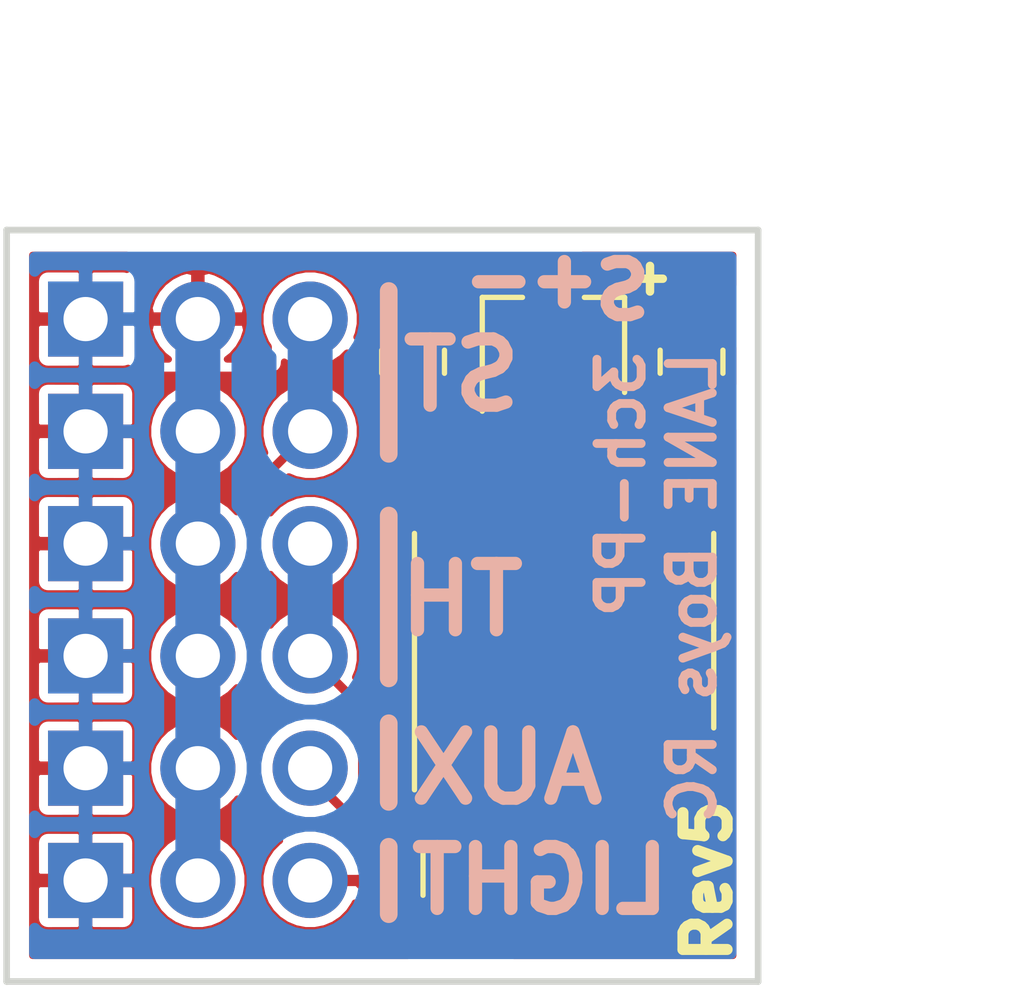
<source format=kicad_pcb>
(kicad_pcb (version 20171130) (host pcbnew 5.1.10-88a1d61d58~88~ubuntu18.04.1)

  (general
    (thickness 1)
    (drawings 18)
    (tracks 46)
    (zones 0)
    (modules 11)
    (nets 12)
  )

  (page User 215.9 139.7)
  (title_block
    (title "Pre-processor for RC Light Controller ")
    (date 2017-03-14)
    (rev 1)
    (company "LANE Boys RC")
  )

  (layers
    (0 F.Cu signal)
    (31 B.Cu signal)
    (32 B.Adhes user hide)
    (33 F.Adhes user hide)
    (34 B.Paste user hide)
    (35 F.Paste user hide)
    (36 B.SilkS user)
    (37 F.SilkS user)
    (38 B.Mask user hide)
    (39 F.Mask user hide)
    (40 Dwgs.User user hide)
    (41 Cmts.User user)
    (42 Eco1.User user hide)
    (43 Eco2.User user hide)
    (44 Edge.Cuts user)
    (45 Margin user hide)
    (46 B.CrtYd user hide)
    (47 F.CrtYd user)
    (48 B.Fab user hide)
    (49 F.Fab user hide)
  )

  (setup
    (last_trace_width 0.254)
    (user_trace_width 0.2032)
    (user_trace_width 0.2286)
    (user_trace_width 0.381)
    (user_trace_width 0.508)
    (user_trace_width 0.762)
    (user_trace_width 1.016)
    (trace_clearance 0.1524)
    (zone_clearance 0.2032)
    (zone_45_only no)
    (trace_min 0.1524)
    (via_size 0.8)
    (via_drill 0.5)
    (via_min_size 0.4)
    (via_min_drill 0.3)
    (uvia_size 0.3)
    (uvia_drill 0.1)
    (uvias_allowed no)
    (uvia_min_size 0)
    (uvia_min_drill 0)
    (edge_width 0.15)
    (segment_width 0.4)
    (pcb_text_width 0.3)
    (pcb_text_size 1.5 1.5)
    (mod_edge_width 0.15)
    (mod_text_size 1 1)
    (mod_text_width 0.15)
    (pad_size 0.8 0.4)
    (pad_drill 0)
    (pad_to_mask_clearance 0.0508)
    (solder_mask_min_width 0.0508)
    (pad_to_paste_clearance_ratio -0.05)
    (aux_axis_origin 114.3 66.04)
    (grid_origin 114.3 66.04)
    (visible_elements 7FFFFF7F)
    (pcbplotparams
      (layerselection 0x010f0_ffffffff)
      (usegerberextensions true)
      (usegerberattributes false)
      (usegerberadvancedattributes false)
      (creategerberjobfile false)
      (excludeedgelayer true)
      (linewidth 0.100000)
      (plotframeref false)
      (viasonmask false)
      (mode 1)
      (useauxorigin false)
      (hpglpennumber 1)
      (hpglpenspeed 20)
      (hpglpendiameter 15.000000)
      (psnegative false)
      (psa4output false)
      (plotreference false)
      (plotvalue false)
      (plotinvisibletext false)
      (padsonsilk false)
      (subtractmaskfromsilk false)
      (outputformat 1)
      (mirror false)
      (drillshape 0)
      (scaleselection 1)
      (outputdirectory "gerber/"))
  )

  (net 0 "")
  (net 1 VCC)
  (net 2 GND)
  (net 3 +3V3)
  (net 4 /ST)
  (net 5 /TH)
  (net 6 /AUX)
  (net 7 /LIGHT)
  (net 8 /ST_IN)
  (net 9 /TH_IN)
  (net 10 /AUX_IN)
  (net 11 /LIGHT_OUT)

  (net_class Default "This is the default net class."
    (clearance 0.1524)
    (trace_width 0.254)
    (via_dia 0.8)
    (via_drill 0.5)
    (uvia_dia 0.3)
    (uvia_drill 0.1)
    (add_net +3V3)
    (add_net /AUX)
    (add_net /AUX_IN)
    (add_net /LIGHT)
    (add_net /LIGHT_OUT)
    (add_net /ST)
    (add_net /ST_IN)
    (add_net /TH)
    (add_net /TH_IN)
    (add_net GND)
    (add_net VCC)
  )

  (module Resistor_SMD:R_Array_Convex_4x0603 (layer F.Cu) (tedit 58E0A8B2) (tstamp 601F8304)
    (at 125.3998 63.5889 90)
    (descr "Chip Resistor Network, ROHM MNR14 (see mnr_g.pdf)")
    (tags "resistor array")
    (path /601F9E94)
    (attr smd)
    (fp_text reference RN1 (at 0 -2.8 90) (layer F.SilkS) hide
      (effects (font (size 1 1) (thickness 0.15)))
    )
    (fp_text value 1K (at 0 2.8 90) (layer F.Fab)
      (effects (font (size 1 1) (thickness 0.15)))
    )
    (fp_line (start 1.55 1.85) (end -1.55 1.85) (layer F.CrtYd) (width 0.05))
    (fp_line (start 1.55 1.85) (end 1.55 -1.85) (layer F.CrtYd) (width 0.05))
    (fp_line (start -1.55 -1.85) (end -1.55 1.85) (layer F.CrtYd) (width 0.05))
    (fp_line (start -1.55 -1.85) (end 1.55 -1.85) (layer F.CrtYd) (width 0.05))
    (fp_line (start 0.5 -1.68) (end -0.5 -1.68) (layer F.SilkS) (width 0.12))
    (fp_line (start 0.5 1.68) (end -0.5 1.68) (layer F.SilkS) (width 0.12))
    (fp_line (start -0.8 1.6) (end -0.8 -1.6) (layer F.Fab) (width 0.1))
    (fp_line (start 0.8 1.6) (end -0.8 1.6) (layer F.Fab) (width 0.1))
    (fp_line (start 0.8 -1.6) (end 0.8 1.6) (layer F.Fab) (width 0.1))
    (fp_line (start -0.8 -1.6) (end 0.8 -1.6) (layer F.Fab) (width 0.1))
    (fp_text user %R (at 0 0) (layer F.Fab)
      (effects (font (size 0.5 0.5) (thickness 0.075)))
    )
    (pad 5 smd rect (at 0.9 1.2 90) (size 0.8 0.5) (layers F.Cu F.Paste F.Mask)
      (net 5 /TH))
    (pad 6 smd rect (at 0.9 0.4 90) (size 0.8 0.4) (layers F.Cu F.Paste F.Mask)
      (net 7 /LIGHT))
    (pad 8 smd rect (at 0.9 -1.2 90) (size 0.8 0.5) (layers F.Cu F.Paste F.Mask)
      (net 4 /ST))
    (pad 7 smd rect (at 0.9 -0.4 90) (size 0.8 0.4) (layers F.Cu F.Paste F.Mask)
      (net 6 /AUX))
    (pad 4 smd rect (at -0.9 1.2 90) (size 0.8 0.5) (layers F.Cu F.Paste F.Mask)
      (net 9 /TH_IN))
    (pad 2 smd rect (at -0.9 -0.4 90) (size 0.8 0.4) (layers F.Cu F.Paste F.Mask)
      (net 10 /AUX_IN))
    (pad 3 smd rect (at -0.9 0.4 90) (size 0.8 0.4) (layers F.Cu F.Paste F.Mask)
      (net 11 /LIGHT_OUT))
    (pad 1 smd rect (at -0.9 -1.2 90) (size 0.8 0.5) (layers F.Cu F.Paste F.Mask)
      (net 8 /ST_IN))
    (model ${KISYS3DMOD}/Resistor_SMD.3dshapes/R_Array_Convex_4x0603.wrl
      (at (xyz 0 0 0))
      (scale (xyz 1 1 1))
      (rotate (xyz 0 0 0))
    )
  )

  (module Package_SO:TSSOP-20_4.4x6.5mm_P0.65mm (layer F.Cu) (tedit 5E476F32) (tstamp 602491CC)
    (at 126.9111 58.1025 90)
    (descr "TSSOP, 20 Pin (JEDEC MO-153 Var AC https://www.jedec.org/document_search?search_api_views_fulltext=MO-153), generated with kicad-footprint-generator ipc_gullwing_generator.py")
    (tags "TSSOP SO")
    (path /58AF9BA8)
    (attr smd)
    (fp_text reference U2 (at 0 -4.2 90) (layer F.SilkS) hide
      (effects (font (size 1 1) (thickness 0.15)))
    )
    (fp_text value LPC812M001JDH20_TSSOP20 (at 0 4.2 90) (layer F.Fab)
      (effects (font (size 1 1) (thickness 0.15)))
    )
    (fp_line (start 0 3.385) (end 2.2 3.385) (layer F.SilkS) (width 0.12))
    (fp_line (start 0 3.385) (end -2.2 3.385) (layer F.SilkS) (width 0.12))
    (fp_line (start 0 -3.385) (end 2.2 -3.385) (layer F.SilkS) (width 0.12))
    (fp_line (start 0 -3.385) (end -3.6 -3.385) (layer F.SilkS) (width 0.12))
    (fp_line (start -1.2 -3.25) (end 2.2 -3.25) (layer F.Fab) (width 0.1))
    (fp_line (start 2.2 -3.25) (end 2.2 3.25) (layer F.Fab) (width 0.1))
    (fp_line (start 2.2 3.25) (end -2.2 3.25) (layer F.Fab) (width 0.1))
    (fp_line (start -2.2 3.25) (end -2.2 -2.25) (layer F.Fab) (width 0.1))
    (fp_line (start -2.2 -2.25) (end -1.2 -3.25) (layer F.Fab) (width 0.1))
    (fp_line (start -3.85 -3.5) (end -3.85 3.5) (layer F.CrtYd) (width 0.05))
    (fp_line (start -3.85 3.5) (end 3.85 3.5) (layer F.CrtYd) (width 0.05))
    (fp_line (start 3.85 3.5) (end 3.85 -3.5) (layer F.CrtYd) (width 0.05))
    (fp_line (start 3.85 -3.5) (end -3.85 -3.5) (layer F.CrtYd) (width 0.05))
    (fp_text user %R (at 0 0 90) (layer F.Fab)
      (effects (font (size 1 1) (thickness 0.15)))
    )
    (pad 20 smd roundrect (at 2.8625 -2.925 90) (size 1.475 0.4) (layers F.Cu F.Paste F.Mask) (roundrect_rratio 0.25))
    (pad 19 smd roundrect (at 2.8625 -2.275 90) (size 1.475 0.4) (layers F.Cu F.Paste F.Mask) (roundrect_rratio 0.25)
      (net 4 /ST))
    (pad 18 smd roundrect (at 2.8625 -1.625 90) (size 1.475 0.4) (layers F.Cu F.Paste F.Mask) (roundrect_rratio 0.25))
    (pad 17 smd roundrect (at 2.8625 -0.975 90) (size 1.475 0.4) (layers F.Cu F.Paste F.Mask) (roundrect_rratio 0.25))
    (pad 16 smd roundrect (at 2.8625 -0.325 90) (size 1.475 0.4) (layers F.Cu F.Paste F.Mask) (roundrect_rratio 0.25)
      (net 2 GND))
    (pad 15 smd roundrect (at 2.8625 0.325 90) (size 1.475 0.4) (layers F.Cu F.Paste F.Mask) (roundrect_rratio 0.25)
      (net 3 +3V3))
    (pad 14 smd roundrect (at 2.8625 0.975 90) (size 1.475 0.4) (layers F.Cu F.Paste F.Mask) (roundrect_rratio 0.25))
    (pad 13 smd roundrect (at 2.8625 1.625 90) (size 1.475 0.4) (layers F.Cu F.Paste F.Mask) (roundrect_rratio 0.25))
    (pad 12 smd roundrect (at 2.8625 2.275 90) (size 1.475 0.4) (layers F.Cu F.Paste F.Mask) (roundrect_rratio 0.25))
    (pad 11 smd roundrect (at 2.8625 2.925 90) (size 1.475 0.4) (layers F.Cu F.Paste F.Mask) (roundrect_rratio 0.25))
    (pad 10 smd roundrect (at -2.8625 2.925 90) (size 1.475 0.4) (layers F.Cu F.Paste F.Mask) (roundrect_rratio 0.25))
    (pad 9 smd roundrect (at -2.8625 2.275 90) (size 1.475 0.4) (layers F.Cu F.Paste F.Mask) (roundrect_rratio 0.25))
    (pad 8 smd roundrect (at -2.8625 1.625 90) (size 1.475 0.4) (layers F.Cu F.Paste F.Mask) (roundrect_rratio 0.25))
    (pad 7 smd roundrect (at -2.8625 0.975 90) (size 1.475 0.4) (layers F.Cu F.Paste F.Mask) (roundrect_rratio 0.25))
    (pad 6 smd roundrect (at -2.8625 0.325 90) (size 1.475 0.4) (layers F.Cu F.Paste F.Mask) (roundrect_rratio 0.25))
    (pad 5 smd roundrect (at -2.8625 -0.325 90) (size 1.475 0.4) (layers F.Cu F.Paste F.Mask) (roundrect_rratio 0.25)
      (net 5 /TH))
    (pad 4 smd roundrect (at -2.8625 -0.975 90) (size 1.475 0.4) (layers F.Cu F.Paste F.Mask) (roundrect_rratio 0.25))
    (pad 3 smd roundrect (at -2.8625 -1.625 90) (size 1.475 0.4) (layers F.Cu F.Paste F.Mask) (roundrect_rratio 0.25)
      (net 7 /LIGHT))
    (pad 2 smd roundrect (at -2.8625 -2.275 90) (size 1.475 0.4) (layers F.Cu F.Paste F.Mask) (roundrect_rratio 0.25)
      (net 6 /AUX))
    (pad 1 smd roundrect (at -2.8625 -2.925 90) (size 1.475 0.4) (layers F.Cu F.Paste F.Mask) (roundrect_rratio 0.25))
    (model ${KISYS3DMOD}/Package_SO.3dshapes/TSSOP-20_4.4x6.5mm_P0.65mm.wrl
      (at (xyz 0 0 0))
      (scale (xyz 1 1 1))
      (rotate (xyz 0 0 0))
    )
  )

  (module Package_TO_SOT_SMD:SOT-23W (layer F.Cu) (tedit 5A02FF57) (tstamp 5D286456)
    (at 126.6698 51.6382 90)
    (descr "SOT-23W http://www.allegromicro.com/~/media/Files/Datasheets/A112x-Datasheet.ashx?la=en&hash=7BC461E058CC246E0BAB62433B2F1ECA104CA9D3")
    (tags SOT-23W)
    (path /58AF9BBC)
    (attr smd)
    (fp_text reference U1 (at 0 -2.5 180) (layer F.SilkS) hide
      (effects (font (size 1 1) (thickness 0.15)))
    )
    (fp_text value MCP1703T-3302E/CB (at 0 2.5 90) (layer F.Fab)
      (effects (font (size 1 1) (thickness 0.15)))
    )
    (fp_line (start -1.95 1.74) (end -1.95 -1.74) (layer F.CrtYd) (width 0.05))
    (fp_line (start 1.95 1.74) (end -1.95 1.74) (layer F.CrtYd) (width 0.05))
    (fp_line (start 1.95 -1.74) (end 1.95 1.74) (layer F.CrtYd) (width 0.05))
    (fp_line (start -1.95 -1.74) (end 1.95 -1.74) (layer F.CrtYd) (width 0.05))
    (fp_line (start -0.955 1.49) (end 0.955 1.49) (layer F.Fab) (width 0.1))
    (fp_line (start 0.955 -1.49) (end 0.955 1.49) (layer F.Fab) (width 0.1))
    (fp_line (start -0.955 -0.49) (end 0.045 -1.49) (layer F.Fab) (width 0.1))
    (fp_line (start 0.045 -1.49) (end 0.955 -1.49) (layer F.Fab) (width 0.1))
    (fp_line (start -0.955 -0.49) (end -0.955 1.49) (layer F.Fab) (width 0.1))
    (fp_line (start -1.075 1.61) (end 1.075 1.61) (layer F.SilkS) (width 0.12))
    (fp_line (start -1.5 -1.61) (end 1.075 -1.61) (layer F.SilkS) (width 0.12))
    (fp_line (start 1.075 0.7) (end 1.075 1.61) (layer F.SilkS) (width 0.12))
    (fp_line (start 1.075 -1.61) (end 1.075 -0.7) (layer F.SilkS) (width 0.12))
    (fp_text user %R (at 0 0) (layer F.Fab)
      (effects (font (size 0.5 0.5) (thickness 0.075)))
    )
    (pad 3 smd rect (at 1.2 0 90) (size 1 0.7) (layers F.Cu F.Paste F.Mask)
      (net 1 VCC))
    (pad 2 smd rect (at -1.2 0.95 90) (size 1 0.7) (layers F.Cu F.Paste F.Mask)
      (net 3 +3V3))
    (pad 1 smd rect (at -1.2 -0.95 90) (size 1 0.7) (layers F.Cu F.Paste F.Mask)
      (net 2 GND))
    (model ${KISYS3DMOD}/Package_TO_SOT_SMD.3dshapes/SOT-23W.wrl
      (at (xyz 0 0 0))
      (scale (xyz 1 1 1))
      (rotate (xyz 0 0 0))
    )
  )

  (module Pin_Headers:Pin_Header_Straight_1x03_Pitch2.54mm (layer B.Cu) (tedit 5D27FC21) (tstamp 58B382BB)
    (at 116.086 51.054 270)
    (descr "Through hole straight pin header, 1x03, 2.54mm pitch, single row")
    (tags "Through hole pin header THT 1x03 2.54mm single row")
    (path /58AF9CB3)
    (fp_text reference P2 (at 0 2.39 270) (layer B.SilkS) hide
      (effects (font (size 1 1) (thickness 0.15)) (justify mirror))
    )
    (fp_text value ST-OUT (at 0 -7.47 270) (layer B.Fab) hide
      (effects (font (size 1 1) (thickness 0.15)) (justify mirror))
    )
    (fp_line (start -1.27 1.27) (end -1.27 -6.35) (layer B.Fab) (width 0.1))
    (fp_line (start -1.27 -6.35) (end 1.27 -6.35) (layer B.Fab) (width 0.1))
    (fp_line (start 1.27 -6.35) (end 1.27 1.27) (layer B.Fab) (width 0.1))
    (fp_line (start 1.27 1.27) (end -1.27 1.27) (layer B.Fab) (width 0.1))
    (fp_line (start -1.6 1.6) (end -1.6 -6.6) (layer B.CrtYd) (width 0.05))
    (fp_line (start -1.6 -6.6) (end 1.6 -6.6) (layer B.CrtYd) (width 0.05))
    (fp_line (start 1.6 -6.6) (end 1.6 1.6) (layer B.CrtYd) (width 0.05))
    (fp_line (start 1.6 1.6) (end -1.6 1.6) (layer B.CrtYd) (width 0.05))
    (pad 1 thru_hole rect (at 0 0 270) (size 1.7 1.7) (drill 1) (layers *.Cu *.Mask)
      (net 2 GND))
    (pad 2 thru_hole oval (at 0 -2.54 270) (size 1.7 1.7) (drill 1) (layers *.Cu *.Mask)
      (net 1 VCC))
    (pad 3 thru_hole oval (at 0 -5.08 270) (size 1.7 1.7) (drill 1) (layers *.Cu *.Mask)
      (net 8 /ST_IN))
    (model Pin_Headers.3dshapes/Pin_Header_Straight_1x03_Pitch2.54mm.wrl
      (at (xyz 0 0 0))
      (scale (xyz 1 1 1))
      (rotate (xyz 0 0 0))
    )
  )

  (module Pin_Headers:Pin_Header_Straight_1x03_Pitch2.54mm (layer B.Cu) (tedit 5D27FC15) (tstamp 58B382A6)
    (at 116.086 53.594 270)
    (descr "Through hole straight pin header, 1x03, 2.54mm pitch, single row")
    (tags "Through hole pin header THT 1x03 2.54mm single row")
    (path /58AF9C1E)
    (fp_text reference P1 (at 0 2.39 270) (layer B.SilkS) hide
      (effects (font (size 1 1) (thickness 0.15)) (justify mirror))
    )
    (fp_text value ST-IN (at 0 -7.47 270) (layer B.Fab) hide
      (effects (font (size 1 1) (thickness 0.15)) (justify mirror))
    )
    (fp_line (start -1.27 1.27) (end -1.27 -6.35) (layer B.Fab) (width 0.1))
    (fp_line (start -1.27 -6.35) (end 1.27 -6.35) (layer B.Fab) (width 0.1))
    (fp_line (start 1.27 -6.35) (end 1.27 1.27) (layer B.Fab) (width 0.1))
    (fp_line (start 1.27 1.27) (end -1.27 1.27) (layer B.Fab) (width 0.1))
    (fp_line (start -1.6 1.6) (end -1.6 -6.6) (layer B.CrtYd) (width 0.05))
    (fp_line (start -1.6 -6.6) (end 1.6 -6.6) (layer B.CrtYd) (width 0.05))
    (fp_line (start 1.6 -6.6) (end 1.6 1.6) (layer B.CrtYd) (width 0.05))
    (fp_line (start 1.6 1.6) (end -1.6 1.6) (layer B.CrtYd) (width 0.05))
    (pad 1 thru_hole rect (at 0 0 270) (size 1.7 1.7) (drill 1) (layers *.Cu *.Mask)
      (net 2 GND))
    (pad 2 thru_hole oval (at 0 -2.54 270) (size 1.7 1.7) (drill 1) (layers *.Cu *.Mask)
      (net 1 VCC))
    (pad 3 thru_hole oval (at 0 -5.08 270) (size 1.7 1.7) (drill 1) (layers *.Cu *.Mask)
      (net 8 /ST_IN))
    (model Pin_Headers.3dshapes/Pin_Header_Straight_1x03_Pitch2.54mm.wrl
      (at (xyz 0 0 0))
      (scale (xyz 1 1 1))
      (rotate (xyz 0 0 0))
    )
  )

  (module Pin_Headers:Pin_Header_Straight_1x03_Pitch2.54mm (layer B.Cu) (tedit 5D27FC06) (tstamp 58B382E5)
    (at 116.086 58.674 270)
    (descr "Through hole straight pin header, 1x03, 2.54mm pitch, single row")
    (tags "Through hole pin header THT 1x03 2.54mm single row")
    (path /58AF9D12)
    (fp_text reference P4 (at 0 2.39 270) (layer B.SilkS) hide
      (effects (font (size 1 1) (thickness 0.15)) (justify mirror))
    )
    (fp_text value TH-OUT (at 0 -7.47 270) (layer B.Fab) hide
      (effects (font (size 1 1) (thickness 0.15)) (justify mirror))
    )
    (fp_line (start -1.27 1.27) (end -1.27 -6.35) (layer B.Fab) (width 0.1))
    (fp_line (start -1.27 -6.35) (end 1.27 -6.35) (layer B.Fab) (width 0.1))
    (fp_line (start 1.27 -6.35) (end 1.27 1.27) (layer B.Fab) (width 0.1))
    (fp_line (start 1.27 1.27) (end -1.27 1.27) (layer B.Fab) (width 0.1))
    (fp_line (start -1.6 1.6) (end -1.6 -6.6) (layer B.CrtYd) (width 0.05))
    (fp_line (start -1.6 -6.6) (end 1.6 -6.6) (layer B.CrtYd) (width 0.05))
    (fp_line (start 1.6 -6.6) (end 1.6 1.6) (layer B.CrtYd) (width 0.05))
    (fp_line (start 1.6 1.6) (end -1.6 1.6) (layer B.CrtYd) (width 0.05))
    (pad 1 thru_hole rect (at 0 0 270) (size 1.7 1.7) (drill 1) (layers *.Cu *.Mask)
      (net 2 GND))
    (pad 2 thru_hole oval (at 0 -2.54 270) (size 1.7 1.7) (drill 1) (layers *.Cu *.Mask)
      (net 1 VCC))
    (pad 3 thru_hole oval (at 0 -5.08 270) (size 1.7 1.7) (drill 1) (layers *.Cu *.Mask)
      (net 9 /TH_IN))
    (model Pin_Headers.3dshapes/Pin_Header_Straight_1x03_Pitch2.54mm.wrl
      (at (xyz 0 0 0))
      (scale (xyz 1 1 1))
      (rotate (xyz 0 0 0))
    )
  )

  (module Pin_Headers:Pin_Header_Straight_1x03_Pitch2.54mm (layer B.Cu) (tedit 5D27FBFB) (tstamp 58B382D0)
    (at 116.086 56.134 270)
    (descr "Through hole straight pin header, 1x03, 2.54mm pitch, single row")
    (tags "Through hole pin header THT 1x03 2.54mm single row")
    (path /58AF9CE6)
    (fp_text reference P3 (at 0 2.39 270) (layer B.SilkS) hide
      (effects (font (size 1 1) (thickness 0.15)) (justify mirror))
    )
    (fp_text value TH-IN (at 0 -7.47 270) (layer B.Fab) hide
      (effects (font (size 1 1) (thickness 0.15)) (justify mirror))
    )
    (fp_line (start -1.27 1.27) (end -1.27 -6.35) (layer B.Fab) (width 0.1))
    (fp_line (start -1.27 -6.35) (end 1.27 -6.35) (layer B.Fab) (width 0.1))
    (fp_line (start 1.27 -6.35) (end 1.27 1.27) (layer B.Fab) (width 0.1))
    (fp_line (start 1.27 1.27) (end -1.27 1.27) (layer B.Fab) (width 0.1))
    (fp_line (start -1.6 1.6) (end -1.6 -6.6) (layer B.CrtYd) (width 0.05))
    (fp_line (start -1.6 -6.6) (end 1.6 -6.6) (layer B.CrtYd) (width 0.05))
    (fp_line (start 1.6 -6.6) (end 1.6 1.6) (layer B.CrtYd) (width 0.05))
    (fp_line (start 1.6 1.6) (end -1.6 1.6) (layer B.CrtYd) (width 0.05))
    (pad 1 thru_hole rect (at 0 0 270) (size 1.7 1.7) (drill 1) (layers *.Cu *.Mask)
      (net 2 GND))
    (pad 2 thru_hole oval (at 0 -2.54 270) (size 1.7 1.7) (drill 1) (layers *.Cu *.Mask)
      (net 1 VCC))
    (pad 3 thru_hole oval (at 0 -5.08 270) (size 1.7 1.7) (drill 1) (layers *.Cu *.Mask)
      (net 9 /TH_IN))
    (model Pin_Headers.3dshapes/Pin_Header_Straight_1x03_Pitch2.54mm.wrl
      (at (xyz 0 0 0))
      (scale (xyz 1 1 1))
      (rotate (xyz 0 0 0))
    )
  )

  (module Pin_Headers:Pin_Header_Straight_1x03_Pitch2.54mm (layer B.Cu) (tedit 5D27FBE2) (tstamp 58B382FA)
    (at 116.086 61.214 270)
    (descr "Through hole straight pin header, 1x03, 2.54mm pitch, single row")
    (tags "Through hole pin header THT 1x03 2.54mm single row")
    (path /58AF9D7F)
    (fp_text reference P5 (at 0 2.39 270) (layer B.SilkS) hide
      (effects (font (size 1 1) (thickness 0.15)) (justify mirror))
    )
    (fp_text value AUX-IN (at 0 -7.47 270) (layer B.Fab) hide
      (effects (font (size 1 1) (thickness 0.15)) (justify mirror))
    )
    (fp_line (start -1.27 1.27) (end -1.27 -6.35) (layer B.Fab) (width 0.1))
    (fp_line (start -1.27 -6.35) (end 1.27 -6.35) (layer B.Fab) (width 0.1))
    (fp_line (start 1.27 -6.35) (end 1.27 1.27) (layer B.Fab) (width 0.1))
    (fp_line (start 1.27 1.27) (end -1.27 1.27) (layer B.Fab) (width 0.1))
    (fp_line (start -1.6 1.6) (end -1.6 -6.6) (layer B.CrtYd) (width 0.05))
    (fp_line (start -1.6 -6.6) (end 1.6 -6.6) (layer B.CrtYd) (width 0.05))
    (fp_line (start 1.6 -6.6) (end 1.6 1.6) (layer B.CrtYd) (width 0.05))
    (fp_line (start 1.6 1.6) (end -1.6 1.6) (layer B.CrtYd) (width 0.05))
    (pad 1 thru_hole rect (at 0 0 270) (size 1.7 1.7) (drill 1) (layers *.Cu *.Mask)
      (net 2 GND))
    (pad 2 thru_hole oval (at 0 -2.54 270) (size 1.7 1.7) (drill 1) (layers *.Cu *.Mask)
      (net 1 VCC))
    (pad 3 thru_hole oval (at 0 -5.08 270) (size 1.7 1.7) (drill 1) (layers *.Cu *.Mask)
      (net 10 /AUX_IN))
    (model Pin_Headers.3dshapes/Pin_Header_Straight_1x03_Pitch2.54mm.wrl
      (at (xyz 0 0 0))
      (scale (xyz 1 1 1))
      (rotate (xyz 0 0 0))
    )
  )

  (module Pin_Headers:Pin_Header_Straight_1x03_Pitch2.54mm (layer B.Cu) (tedit 5D27FBC0) (tstamp 58B3830F)
    (at 116.086 63.754 270)
    (descr "Through hole straight pin header, 1x03, 2.54mm pitch, single row")
    (tags "Through hole pin header THT 1x03 2.54mm single row")
    (path /58AF9DBB)
    (fp_text reference P6 (at 0 2.39 270) (layer B.SilkS) hide
      (effects (font (size 1 1) (thickness 0.15)) (justify mirror))
    )
    (fp_text value "LIGHT CONTROLLER" (at 0 -7.47 270) (layer B.Fab) hide
      (effects (font (size 1 1) (thickness 0.15)) (justify mirror))
    )
    (fp_line (start -1.27 1.27) (end -1.27 -6.35) (layer B.Fab) (width 0.1))
    (fp_line (start -1.27 -6.35) (end 1.27 -6.35) (layer B.Fab) (width 0.1))
    (fp_line (start 1.27 -6.35) (end 1.27 1.27) (layer B.Fab) (width 0.1))
    (fp_line (start 1.27 1.27) (end -1.27 1.27) (layer B.Fab) (width 0.1))
    (fp_line (start -1.6 1.6) (end -1.6 -6.6) (layer B.CrtYd) (width 0.05))
    (fp_line (start -1.6 -6.6) (end 1.6 -6.6) (layer B.CrtYd) (width 0.05))
    (fp_line (start 1.6 -6.6) (end 1.6 1.6) (layer B.CrtYd) (width 0.05))
    (fp_line (start 1.6 1.6) (end -1.6 1.6) (layer B.CrtYd) (width 0.05))
    (pad 1 thru_hole rect (at 0 0 270) (size 1.7 1.7) (drill 1) (layers *.Cu *.Mask)
      (net 2 GND))
    (pad 2 thru_hole oval (at 0 -2.54 270) (size 1.7 1.7) (drill 1) (layers *.Cu *.Mask)
      (net 1 VCC))
    (pad 3 thru_hole oval (at 0 -5.08 270) (size 1.7 1.7) (drill 1) (layers *.Cu *.Mask)
      (net 11 /LIGHT_OUT))
    (model Pin_Headers.3dshapes/Pin_Header_Straight_1x03_Pitch2.54mm.wrl
      (at (xyz 0 0 0))
      (scale (xyz 1 1 1))
      (rotate (xyz 0 0 0))
    )
  )

  (module Capacitor_SMD:C_0805_2012Metric_Pad1.15x1.40mm_HandSolder (layer F.Cu) (tedit 5D27F92E) (tstamp 5D2863F6)
    (at 123.4948 52.0192 270)
    (descr "Capacitor SMD 0805 (2012 Metric), square (rectangular) end terminal, IPC_7351 nominal with elongated pad for handsoldering. (Body size source: https://docs.google.com/spreadsheets/d/1BsfQQcO9C6DZCsRaXUlFlo91Tg2WpOkGARC1WS5S8t0/edit?usp=sharing), generated with kicad-footprint-generator")
    (tags "capacitor handsolder")
    (path /58AFA243)
    (attr smd)
    (fp_text reference C1 (at 0 -1.65 270) (layer F.SilkS) hide
      (effects (font (size 1 1) (thickness 0.15)))
    )
    (fp_text value 1u (at 0 1.65 270) (layer F.Fab)
      (effects (font (size 1 1) (thickness 0.15)))
    )
    (fp_line (start -1 0.6) (end -1 -0.6) (layer F.Fab) (width 0.1))
    (fp_line (start -1 -0.6) (end 1 -0.6) (layer F.Fab) (width 0.1))
    (fp_line (start 1 -0.6) (end 1 0.6) (layer F.Fab) (width 0.1))
    (fp_line (start 1 0.6) (end -1 0.6) (layer F.Fab) (width 0.1))
    (fp_line (start -0.261252 -0.71) (end 0.261252 -0.71) (layer F.SilkS) (width 0.12))
    (fp_line (start -0.261252 0.71) (end 0.261252 0.71) (layer F.SilkS) (width 0.12))
    (fp_line (start -1.85 0.95) (end -1.85 -0.95) (layer F.CrtYd) (width 0.05))
    (fp_line (start -1.85 -0.95) (end 1.85 -0.95) (layer F.CrtYd) (width 0.05))
    (fp_line (start 1.85 -0.95) (end 1.85 0.95) (layer F.CrtYd) (width 0.05))
    (fp_line (start 1.85 0.95) (end -1.85 0.95) (layer F.CrtYd) (width 0.05))
    (fp_text user %R (at 0 0 270) (layer F.Fab)
      (effects (font (size 0.5 0.5) (thickness 0.08)))
    )
    (pad 1 smd roundrect (at -1.025 0 270) (size 1.15 1.4) (layers F.Cu F.Paste F.Mask) (roundrect_rratio 0.217391)
      (net 1 VCC))
    (pad 2 smd roundrect (at 1.025 0 270) (size 1.15 1.4) (layers F.Cu F.Paste F.Mask) (roundrect_rratio 0.217391)
      (net 2 GND))
    (model ${KISYS3DMOD}/Capacitor_SMD.3dshapes/C_0805_2012Metric.wrl
      (at (xyz 0 0 0))
      (scale (xyz 1 1 1))
      (rotate (xyz 0 0 0))
    )
  )

  (module Capacitor_SMD:C_0805_2012Metric_Pad1.15x1.40mm_HandSolder (layer F.Cu) (tedit 5D27F93F) (tstamp 5D2867FA)
    (at 129.794 52.0192 90)
    (descr "Capacitor SMD 0805 (2012 Metric), square (rectangular) end terminal, IPC_7351 nominal with elongated pad for handsoldering. (Body size source: https://docs.google.com/spreadsheets/d/1BsfQQcO9C6DZCsRaXUlFlo91Tg2WpOkGARC1WS5S8t0/edit?usp=sharing), generated with kicad-footprint-generator")
    (tags "capacitor handsolder")
    (path /58AFA5B0)
    (attr smd)
    (fp_text reference C2 (at 0 -1.65 270) (layer F.SilkS) hide
      (effects (font (size 1 1) (thickness 0.15)))
    )
    (fp_text value "47u/6V3 Polymer 0805" (at 0 1.65 270) (layer F.Fab)
      (effects (font (size 1 1) (thickness 0.15)))
    )
    (fp_line (start 1.85 0.95) (end -1.85 0.95) (layer F.CrtYd) (width 0.05))
    (fp_line (start 1.85 -0.95) (end 1.85 0.95) (layer F.CrtYd) (width 0.05))
    (fp_line (start -1.85 -0.95) (end 1.85 -0.95) (layer F.CrtYd) (width 0.05))
    (fp_line (start -1.85 0.95) (end -1.85 -0.95) (layer F.CrtYd) (width 0.05))
    (fp_line (start -0.261252 0.71) (end 0.261252 0.71) (layer F.SilkS) (width 0.12))
    (fp_line (start -0.261252 -0.71) (end 0.261252 -0.71) (layer F.SilkS) (width 0.12))
    (fp_line (start 1 0.6) (end -1 0.6) (layer F.Fab) (width 0.1))
    (fp_line (start 1 -0.6) (end 1 0.6) (layer F.Fab) (width 0.1))
    (fp_line (start -1 -0.6) (end 1 -0.6) (layer F.Fab) (width 0.1))
    (fp_line (start -1 0.6) (end -1 -0.6) (layer F.Fab) (width 0.1))
    (fp_text user %R (at 0 0 270) (layer F.Fab)
      (effects (font (size 0.5 0.5) (thickness 0.08)))
    )
    (pad 2 smd roundrect (at 1.025 0 90) (size 1.15 1.4) (layers F.Cu F.Paste F.Mask) (roundrect_rratio 0.217391)
      (net 2 GND))
    (pad 1 smd roundrect (at -1.025 0 90) (size 1.15 1.4) (layers F.Cu F.Paste F.Mask) (roundrect_rratio 0.217391)
      (net 3 +3V3))
    (model ${KISYS3DMOD}/Capacitor_SMD.3dshapes/C_0805_2012Metric.wrl
      (at (xyz 0 0 0))
      (scale (xyz 1 1 1))
      (rotate (xyz 0 0 0))
    )
  )

  (gr_text "3ch-PP\nLANE Boys RC\n" (at 129.0066 51.689 90) (layer B.SilkS)
    (effects (font (size 1 1) (thickness 0.2)) (justify left mirror))
  )
  (gr_text + (at 128.8542 50.0888) (layer F.SilkS) (tstamp 5D286F54)
    (effects (font (size 0.762 0.762) (thickness 0.1905)))
  )
  (gr_line (start 122.944 62.992) (end 122.944 64.516) (angle 90) (layer B.SilkS) (width 0.4))
  (gr_line (start 122.944 60.198) (end 122.944 61.976) (angle 90) (layer B.SilkS) (width 0.4))
  (gr_line (start 122.944 55.499) (end 122.944 59.182) (angle 90) (layer B.SilkS) (width 0.4) (tstamp 59896612))
  (gr_line (start 122.944 50.419) (end 122.944 54.102) (angle 90) (layer B.SilkS) (width 0.4))
  (gr_text Rev5 (at 130.1496 63.7667 90) (layer F.SilkS) (tstamp 601F83F1)
    (effects (font (size 1 1) (thickness 0.25)))
  )
  (dimension 17 (width 0.3) (layer Cmts.User) (tstamp 58C796B3)
    (gr_text "17.000 mm" (at 122.8 45.69) (layer Cmts.User) (tstamp 58C796B3)
      (effects (font (size 1.5 1.5) (thickness 0.3)))
    )
    (feature1 (pts (xy 131.3 49.04) (xy 131.3 44.34)))
    (feature2 (pts (xy 114.3 49.04) (xy 114.3 44.34)))
    (crossbar (pts (xy 114.3 47.04) (xy 131.3 47.04)))
    (arrow1a (pts (xy 131.3 47.04) (xy 130.173496 47.626421)))
    (arrow1b (pts (xy 131.3 47.04) (xy 130.173496 46.453579)))
    (arrow2a (pts (xy 114.3 47.04) (xy 115.426504 47.626421)))
    (arrow2b (pts (xy 114.3 47.04) (xy 115.426504 46.453579)))
  )
  (dimension 17 (width 0.3) (layer Cmts.User)
    (gr_text "17.000 mm" (at 134.65 57.54 270) (layer Cmts.User)
      (effects (font (size 1.5 1.5) (thickness 0.3)))
    )
    (feature1 (pts (xy 131.3 66.04) (xy 136 66.04)))
    (feature2 (pts (xy 131.3 49.04) (xy 136 49.04)))
    (crossbar (pts (xy 133.3 49.04) (xy 133.3 66.04)))
    (arrow1a (pts (xy 133.3 66.04) (xy 132.713579 64.913496)))
    (arrow1b (pts (xy 133.3 66.04) (xy 133.886421 64.913496)))
    (arrow2a (pts (xy 133.3 49.04) (xy 132.713579 50.166504)))
    (arrow2b (pts (xy 133.3 49.04) (xy 133.886421 50.166504)))
  )
  (gr_text LIGHT (at 126.373 63.754) (layer B.SilkS)
    (effects (font (size 1.4 1.4) (thickness 0.3)) (justify mirror))
  )
  (gr_text AUX (at 125.611 61.214) (layer B.SilkS)
    (effects (font (size 1.5 1.5) (thickness 0.3)) (justify mirror))
  )
  (gr_text TH (at 124.595 57.404) (layer B.SilkS)
    (effects (font (size 1.5 1.5) (thickness 0.3)) (justify mirror))
  )
  (gr_text -+S (at 126.746 50.292 180) (layer B.SilkS)
    (effects (font (size 1.2 1.2) (thickness 0.3)) (justify mirror))
  )
  (gr_text ST (at 124.595 52.324) (layer B.SilkS)
    (effects (font (size 1.5 1.5) (thickness 0.3)) (justify mirror))
  )
  (gr_line (start 131.3 49.04) (end 114.3 49.04) (angle 90) (layer Edge.Cuts) (width 0.15))
  (gr_line (start 131.3 66.04) (end 131.3 49.04) (angle 90) (layer Edge.Cuts) (width 0.15))
  (gr_line (start 114.3 66.04) (end 131.3 66.04) (angle 90) (layer Edge.Cuts) (width 0.15))
  (gr_line (start 114.3 49.04) (end 114.3 66.04) (angle 90) (layer Edge.Cuts) (width 0.15))

  (segment (start 118.626 53.594) (end 118.626 51.054) (width 1.016) (layer B.Cu) (net 1) (status 30))
  (segment (start 118.626 53.594) (end 118.626 56.134) (width 1.016) (layer B.Cu) (net 1) (tstamp 58B38CF6) (status 30))
  (segment (start 118.626 56.134) (end 118.626 58.674) (width 1.016) (layer B.Cu) (net 1) (status 30))
  (segment (start 118.626 58.674) (end 118.626 61.214) (width 1.016) (layer B.Cu) (net 1) (tstamp 58B38CF9) (status 30))
  (segment (start 118.626 61.214) (end 118.626 63.754) (width 1.016) (layer B.Cu) (net 1) (status 30))
  (segment (start 127.2361 53.6039) (end 127.55 53.29) (width 0.381) (layer F.Cu) (net 3))
  (segment (start 127.2361 55.24) (end 127.2361 53.6039) (width 0.381) (layer F.Cu) (net 3))
  (segment (start 127.8258 53.0442) (end 127.6198 52.8382) (width 0.381) (layer F.Cu) (net 3))
  (segment (start 129.794 53.0442) (end 127.8258 53.0442) (width 0.381) (layer F.Cu) (net 3))
  (segment (start 124.6361 56.5421) (end 124.6361 55.24) (width 0.2032) (layer F.Cu) (net 4))
  (segment (start 123.4694 57.7088) (end 124.6361 56.5421) (width 0.2032) (layer F.Cu) (net 4))
  (segment (start 123.4694 61.9252) (end 123.4694 57.7088) (width 0.2032) (layer F.Cu) (net 4))
  (segment (start 124.1998 62.6889) (end 124.1998 62.6556) (width 0.2032) (layer F.Cu) (net 4))
  (segment (start 124.1998 62.6556) (end 123.4694 61.9252) (width 0.2032) (layer F.Cu) (net 4))
  (segment (start 126.5861 62.6752) (end 126.5998 62.6889) (width 0.254) (layer F.Cu) (net 5))
  (segment (start 126.5861 60.965) (end 126.5861 62.6752) (width 0.254) (layer F.Cu) (net 5))
  (segment (start 124.9998 62.3253) (end 124.9998 62.6889) (width 0.254) (layer F.Cu) (net 6))
  (segment (start 124.6361 60.965) (end 124.6361 61.9616) (width 0.254) (layer F.Cu) (net 6))
  (segment (start 124.6361 61.9616) (end 124.9998 62.3253) (width 0.254) (layer F.Cu) (net 6))
  (segment (start 125.2861 60.965) (end 125.2861 61.8115) (width 0.254) (layer F.Cu) (net 7))
  (segment (start 125.7998 62.3252) (end 125.7998 62.6889) (width 0.254) (layer F.Cu) (net 7))
  (segment (start 125.2861 61.8115) (end 125.7998 62.3252) (width 0.254) (layer F.Cu) (net 7))
  (segment (start 121.166 51.054) (end 121.166 53.594) (width 1.016) (layer B.Cu) (net 8) (status 30))
  (segment (start 120.5738 62.484) (end 119.888 61.7982) (width 0.2032) (layer F.Cu) (net 8))
  (segment (start 121.666 62.484) (end 120.5738 62.484) (width 0.2032) (layer F.Cu) (net 8))
  (segment (start 119.888 54.872) (end 121.166 53.594) (width 0.2032) (layer F.Cu) (net 8))
  (segment (start 119.888 61.7982) (end 119.888 54.872) (width 0.2032) (layer F.Cu) (net 8))
  (segment (start 124.1998 64.4889) (end 123.6709 64.4889) (width 0.2032) (layer F.Cu) (net 8))
  (segment (start 123.6709 64.4889) (end 121.666 62.484) (width 0.2032) (layer F.Cu) (net 8))
  (segment (start 121.166 56.134) (end 121.166 58.674) (width 1.016) (layer B.Cu) (net 9) (status 30))
  (segment (start 122.3518 59.8598) (end 121.166 58.674) (width 0.2032) (layer F.Cu) (net 9))
  (segment (start 122.3518 61.9506) (end 122.3518 59.8598) (width 0.2032) (layer F.Cu) (net 9))
  (segment (start 123.7996 63.3984) (end 122.3518 61.9506) (width 0.2032) (layer F.Cu) (net 9))
  (segment (start 126.5998 64.4889) (end 126.5998 64.2174) (width 0.2032) (layer F.Cu) (net 9))
  (segment (start 125.7808 63.3984) (end 123.7996 63.3984) (width 0.2032) (layer F.Cu) (net 9))
  (segment (start 126.5998 64.2174) (end 125.7808 63.3984) (width 0.2032) (layer F.Cu) (net 9))
  (segment (start 121.166 61.3998) (end 121.166 61.214) (width 0.2032) (layer F.Cu) (net 10))
  (segment (start 123.571 63.8048) (end 121.166 61.3998) (width 0.2032) (layer F.Cu) (net 10))
  (segment (start 124.6378 63.8048) (end 123.571 63.8048) (width 0.2032) (layer F.Cu) (net 10))
  (segment (start 124.9998 64.4889) (end 124.9998 64.1668) (width 0.2032) (layer F.Cu) (net 10))
  (segment (start 124.9998 64.1668) (end 124.6378 63.8048) (width 0.2032) (layer F.Cu) (net 10))
  (segment (start 122.2502 63.754) (end 121.166 63.754) (width 0.254) (layer F.Cu) (net 11))
  (segment (start 123.7234 65.2272) (end 122.2502 63.754) (width 0.254) (layer F.Cu) (net 11))
  (segment (start 125.4252 65.2272) (end 123.7234 65.2272) (width 0.254) (layer F.Cu) (net 11))
  (segment (start 125.7998 64.4889) (end 125.7998 64.8526) (width 0.254) (layer F.Cu) (net 11))
  (segment (start 125.7998 64.8526) (end 125.4252 65.2272) (width 0.254) (layer F.Cu) (net 11))

  (zone (net 2) (net_name GND) (layer F.Cu) (tstamp 0) (hatch edge 0.508)
    (connect_pads (clearance 0.2032))
    (min_thickness 0.1524)
    (fill yes (arc_segments 16) (thermal_gap 0.2032) (thermal_bridge_width 0.3048))
    (polygon
      (pts
        (xy 114.808 65.532) (xy 130.81 65.532) (xy 130.81 49.53) (xy 114.808 49.53)
      )
    )
    (filled_polygon
      (pts
        (xy 117.0206 49.937691) (xy 116.990772 49.928643) (xy 116.936 49.923248) (xy 116.23205 49.9246) (xy 116.1622 49.99445)
        (xy 116.1622 50.9778) (xy 116.1822 50.9778) (xy 116.1822 51.1302) (xy 116.1622 51.1302) (xy 116.1622 52.11355)
        (xy 116.23205 52.1834) (xy 116.936 52.184752) (xy 116.990772 52.179357) (xy 117.043439 52.163381) (xy 117.04906 52.160377)
        (xy 117.067687 52.195226) (xy 117.102434 52.237566) (xy 117.144774 52.272313) (xy 117.193078 52.298132) (xy 117.245492 52.314031)
        (xy 117.3 52.3194) (xy 120.3 52.3194) (xy 120.354508 52.314031) (xy 120.406922 52.298132) (xy 120.455226 52.272313)
        (xy 120.497566 52.237566) (xy 120.532313 52.195226) (xy 120.558132 52.146922) (xy 120.574031 52.094508) (xy 120.5794 52.04)
        (xy 120.5794 52.020365) (xy 120.631028 52.054862) (xy 120.836566 52.139998) (xy 121.054764 52.1834) (xy 121.277236 52.1834)
        (xy 121.495434 52.139998) (xy 121.700972 52.054862) (xy 121.885951 51.931263) (xy 121.997814 51.8194) (xy 122.874161 51.8194)
        (xy 122.941255 51.839753) (xy 123.044799 51.849951) (xy 123.944801 51.849951) (xy 124.048345 51.839753) (xy 124.115439 51.8194)
        (xy 126.55 51.8194) (xy 126.604508 51.814031) (xy 126.656922 51.798132) (xy 126.705226 51.772313) (xy 126.747566 51.737566)
        (xy 126.915932 51.5692) (xy 128.813248 51.5692) (xy 128.818643 51.623972) (xy 128.834619 51.676639) (xy 128.860563 51.725177)
        (xy 128.895478 51.767722) (xy 128.938023 51.802637) (xy 128.986561 51.828581) (xy 129.039228 51.844557) (xy 129.094 51.849952)
        (xy 129.64795 51.8486) (xy 129.7178 51.77875) (xy 129.7178 51.0704) (xy 128.88445 51.0704) (xy 128.8146 51.14025)
        (xy 128.813248 51.5692) (xy 126.915932 51.5692) (xy 127.247566 51.237566) (xy 127.282313 51.195226) (xy 127.308132 51.146922)
        (xy 127.324031 51.094508) (xy 127.3294 51.04) (xy 127.3294 50.4192) (xy 128.813248 50.4192) (xy 128.8146 50.84815)
        (xy 128.88445 50.918) (xy 129.7178 50.918) (xy 129.7178 50.20965) (xy 129.64795 50.1398) (xy 129.094 50.138448)
        (xy 129.039228 50.143843) (xy 128.986561 50.159819) (xy 128.938023 50.185763) (xy 128.895478 50.220678) (xy 128.860563 50.263223)
        (xy 128.834619 50.311761) (xy 128.818643 50.364428) (xy 128.813248 50.4192) (xy 127.3294 50.4192) (xy 127.3294 49.6062)
        (xy 130.7338 49.6062) (xy 130.7338 50.275127) (xy 130.727437 50.263223) (xy 130.692522 50.220678) (xy 130.649977 50.185763)
        (xy 130.601439 50.159819) (xy 130.548772 50.143843) (xy 130.494 50.138448) (xy 129.94005 50.1398) (xy 129.8702 50.20965)
        (xy 129.8702 50.918) (xy 129.8902 50.918) (xy 129.8902 51.0704) (xy 129.8702 51.0704) (xy 129.8702 51.77875)
        (xy 129.94005 51.8486) (xy 130.494 51.849952) (xy 130.548772 51.844557) (xy 130.601439 51.828581) (xy 130.649977 51.802637)
        (xy 130.692522 51.767722) (xy 130.727437 51.725177) (xy 130.7338 51.713273) (xy 130.7338 52.515061) (xy 130.685303 52.42433)
        (xy 130.619298 52.343902) (xy 130.53887 52.277897) (xy 130.44711 52.22885) (xy 130.347545 52.198647) (xy 130.244001 52.188449)
        (xy 129.343999 52.188449) (xy 129.240455 52.198647) (xy 129.14089 52.22885) (xy 129.04913 52.277897) (xy 128.968702 52.343902)
        (xy 128.902697 52.42433) (xy 128.85365 52.51609) (xy 128.835992 52.5743) (xy 128.250551 52.5743) (xy 128.250551 52.3382)
        (xy 128.245156 52.283428) (xy 128.22918 52.230761) (xy 128.203236 52.182223) (xy 128.168321 52.139679) (xy 128.125777 52.104764)
        (xy 128.077239 52.07882) (xy 128.024572 52.062844) (xy 127.9698 52.057449) (xy 127.2698 52.057449) (xy 127.215028 52.062844)
        (xy 127.162361 52.07882) (xy 127.113823 52.104764) (xy 127.071279 52.139679) (xy 127.036364 52.182223) (xy 127.01042 52.230761)
        (xy 126.994444 52.283428) (xy 126.989049 52.3382) (xy 126.989049 53.186413) (xy 126.920152 53.25531) (xy 126.902224 53.270023)
        (xy 126.843503 53.341575) (xy 126.822268 53.381304) (xy 126.799869 53.423208) (xy 126.773 53.511784) (xy 126.763927 53.6039)
        (xy 126.766201 53.626987) (xy 126.766201 54.222247) (xy 126.73215 54.2231) (xy 126.6623 54.29295) (xy 126.6623 55.1638)
        (xy 126.6823 55.1638) (xy 126.6823 55.3162) (xy 126.6623 55.3162) (xy 126.6623 56.18705) (xy 126.73215 56.2569)
        (xy 126.7861 56.258252) (xy 126.840872 56.252857) (xy 126.893539 56.236881) (xy 126.942077 56.210937) (xy 126.947607 56.206399)
        (xy 126.990393 56.229268) (xy 127.061819 56.250935) (xy 127.1361 56.258251) (xy 127.3361 56.258251) (xy 127.410381 56.250935)
        (xy 127.481807 56.229268) (xy 127.547634 56.194083) (xy 127.5611 56.183032) (xy 127.574566 56.194083) (xy 127.640393 56.229268)
        (xy 127.711819 56.250935) (xy 127.7861 56.258251) (xy 127.9861 56.258251) (xy 128.060381 56.250935) (xy 128.131807 56.229268)
        (xy 128.197634 56.194083) (xy 128.2111 56.183032) (xy 128.224566 56.194083) (xy 128.290393 56.229268) (xy 128.361819 56.250935)
        (xy 128.4361 56.258251) (xy 128.6361 56.258251) (xy 128.710381 56.250935) (xy 128.781807 56.229268) (xy 128.847634 56.194083)
        (xy 128.8611 56.183032) (xy 128.874566 56.194083) (xy 128.940393 56.229268) (xy 129.011819 56.250935) (xy 129.0861 56.258251)
        (xy 129.2861 56.258251) (xy 129.360381 56.250935) (xy 129.431807 56.229268) (xy 129.497634 56.194083) (xy 129.5111 56.183032)
        (xy 129.524566 56.194083) (xy 129.590393 56.229268) (xy 129.661819 56.250935) (xy 129.7361 56.258251) (xy 129.9361 56.258251)
        (xy 130.010381 56.250935) (xy 130.081807 56.229268) (xy 130.147634 56.194083) (xy 130.205332 56.146732) (xy 130.252683 56.089034)
        (xy 130.287868 56.023207) (xy 130.309535 55.951781) (xy 130.316851 55.8775) (xy 130.316851 54.6025) (xy 130.309535 54.528219)
        (xy 130.287868 54.456793) (xy 130.252683 54.390966) (xy 130.205332 54.333268) (xy 130.147634 54.285917) (xy 130.081807 54.250732)
        (xy 130.010381 54.229065) (xy 129.9361 54.221749) (xy 129.7361 54.221749) (xy 129.661819 54.229065) (xy 129.590393 54.250732)
        (xy 129.524566 54.285917) (xy 129.5111 54.296968) (xy 129.497634 54.285917) (xy 129.431807 54.250732) (xy 129.360381 54.229065)
        (xy 129.2861 54.221749) (xy 129.0861 54.221749) (xy 129.011819 54.229065) (xy 128.940393 54.250732) (xy 128.874566 54.285917)
        (xy 128.8611 54.296968) (xy 128.847634 54.285917) (xy 128.781807 54.250732) (xy 128.710381 54.229065) (xy 128.6361 54.221749)
        (xy 128.4361 54.221749) (xy 128.361819 54.229065) (xy 128.290393 54.250732) (xy 128.224566 54.285917) (xy 128.2111 54.296968)
        (xy 128.197634 54.285917) (xy 128.131807 54.250732) (xy 128.060381 54.229065) (xy 127.9861 54.221749) (xy 127.7861 54.221749)
        (xy 127.711819 54.229065) (xy 127.706 54.23083) (xy 127.706 53.798538) (xy 127.885587 53.618951) (xy 127.9698 53.618951)
        (xy 128.024572 53.613556) (xy 128.077239 53.59758) (xy 128.125777 53.571636) (xy 128.168321 53.536721) (xy 128.186886 53.5141)
        (xy 128.835992 53.5141) (xy 128.85365 53.57231) (xy 128.902697 53.66407) (xy 128.968702 53.744498) (xy 129.04913 53.810503)
        (xy 129.14089 53.85955) (xy 129.240455 53.889753) (xy 129.343999 53.899951) (xy 130.244001 53.899951) (xy 130.347545 53.889753)
        (xy 130.44711 53.85955) (xy 130.53887 53.810503) (xy 130.619298 53.744498) (xy 130.685303 53.66407) (xy 130.7338 53.573339)
        (xy 130.7338 65.4558) (xy 125.771336 65.4558) (xy 126.066497 65.160639) (xy 126.107239 65.14828) (xy 126.155777 65.122336)
        (xy 126.1748 65.106724) (xy 126.193823 65.122336) (xy 126.242361 65.14828) (xy 126.295028 65.164256) (xy 126.3498 65.169651)
        (xy 126.8498 65.169651) (xy 126.904572 65.164256) (xy 126.957239 65.14828) (xy 127.005777 65.122336) (xy 127.048321 65.087421)
        (xy 127.083236 65.044877) (xy 127.10918 64.996339) (xy 127.125156 64.943672) (xy 127.130551 64.8889) (xy 127.130551 64.0889)
        (xy 127.125156 64.034128) (xy 127.10918 63.981461) (xy 127.083236 63.932923) (xy 127.048321 63.890379) (xy 127.005777 63.855464)
        (xy 126.957239 63.82952) (xy 126.904572 63.813544) (xy 126.8498 63.808149) (xy 126.729364 63.808149) (xy 126.281309 63.360094)
        (xy 126.295028 63.364256) (xy 126.3498 63.369651) (xy 126.8498 63.369651) (xy 126.904572 63.364256) (xy 126.957239 63.34828)
        (xy 127.005777 63.322336) (xy 127.048321 63.287421) (xy 127.083236 63.244877) (xy 127.10918 63.196339) (xy 127.125156 63.143672)
        (xy 127.130551 63.0889) (xy 127.130551 62.2889) (xy 127.125156 62.234128) (xy 127.10918 62.181461) (xy 127.083236 62.132923)
        (xy 127.048321 62.090379) (xy 127.005777 62.055464) (xy 126.9925 62.048367) (xy 126.9925 61.954907) (xy 127.061819 61.975935)
        (xy 127.1361 61.983251) (xy 127.3361 61.983251) (xy 127.410381 61.975935) (xy 127.481807 61.954268) (xy 127.547634 61.919083)
        (xy 127.5611 61.908032) (xy 127.574566 61.919083) (xy 127.640393 61.954268) (xy 127.711819 61.975935) (xy 127.7861 61.983251)
        (xy 127.9861 61.983251) (xy 128.060381 61.975935) (xy 128.131807 61.954268) (xy 128.197634 61.919083) (xy 128.2111 61.908032)
        (xy 128.224566 61.919083) (xy 128.290393 61.954268) (xy 128.361819 61.975935) (xy 128.4361 61.983251) (xy 128.6361 61.983251)
        (xy 128.710381 61.975935) (xy 128.781807 61.954268) (xy 128.847634 61.919083) (xy 128.8611 61.908032) (xy 128.874566 61.919083)
        (xy 128.940393 61.954268) (xy 129.011819 61.975935) (xy 129.0861 61.983251) (xy 129.2861 61.983251) (xy 129.360381 61.975935)
        (xy 129.431807 61.954268) (xy 129.497634 61.919083) (xy 129.5111 61.908032) (xy 129.524566 61.919083) (xy 129.590393 61.954268)
        (xy 129.661819 61.975935) (xy 129.7361 61.983251) (xy 129.9361 61.983251) (xy 130.010381 61.975935) (xy 130.081807 61.954268)
        (xy 130.147634 61.919083) (xy 130.205332 61.871732) (xy 130.252683 61.814034) (xy 130.287868 61.748207) (xy 130.309535 61.676781)
        (xy 130.316851 61.6025) (xy 130.316851 60.3275) (xy 130.309535 60.253219) (xy 130.287868 60.181793) (xy 130.252683 60.115966)
        (xy 130.205332 60.058268) (xy 130.147634 60.010917) (xy 130.081807 59.975732) (xy 130.010381 59.954065) (xy 129.9361 59.946749)
        (xy 129.7361 59.946749) (xy 129.661819 59.954065) (xy 129.590393 59.975732) (xy 129.524566 60.010917) (xy 129.5111 60.021968)
        (xy 129.497634 60.010917) (xy 129.431807 59.975732) (xy 129.360381 59.954065) (xy 129.2861 59.946749) (xy 129.0861 59.946749)
        (xy 129.011819 59.954065) (xy 128.940393 59.975732) (xy 128.874566 60.010917) (xy 128.8611 60.021968) (xy 128.847634 60.010917)
        (xy 128.781807 59.975732) (xy 128.710381 59.954065) (xy 128.6361 59.946749) (xy 128.4361 59.946749) (xy 128.361819 59.954065)
        (xy 128.290393 59.975732) (xy 128.224566 60.010917) (xy 128.2111 60.021968) (xy 128.197634 60.010917) (xy 128.131807 59.975732)
        (xy 128.060381 59.954065) (xy 127.9861 59.946749) (xy 127.7861 59.946749) (xy 127.711819 59.954065) (xy 127.640393 59.975732)
        (xy 127.574566 60.010917) (xy 127.5611 60.021968) (xy 127.547634 60.010917) (xy 127.481807 59.975732) (xy 127.410381 59.954065)
        (xy 127.3361 59.946749) (xy 127.1361 59.946749) (xy 127.061819 59.954065) (xy 126.990393 59.975732) (xy 126.924566 60.010917)
        (xy 126.9111 60.021968) (xy 126.897634 60.010917) (xy 126.831807 59.975732) (xy 126.760381 59.954065) (xy 126.6861 59.946749)
        (xy 126.4861 59.946749) (xy 126.411819 59.954065) (xy 126.340393 59.975732) (xy 126.274566 60.010917) (xy 126.2611 60.021968)
        (xy 126.247634 60.010917) (xy 126.181807 59.975732) (xy 126.110381 59.954065) (xy 126.0361 59.946749) (xy 125.8361 59.946749)
        (xy 125.761819 59.954065) (xy 125.690393 59.975732) (xy 125.624566 60.010917) (xy 125.6111 60.021968) (xy 125.597634 60.010917)
        (xy 125.531807 59.975732) (xy 125.460381 59.954065) (xy 125.3861 59.946749) (xy 125.1861 59.946749) (xy 125.111819 59.954065)
        (xy 125.040393 59.975732) (xy 124.974566 60.010917) (xy 124.9611 60.021968) (xy 124.947634 60.010917) (xy 124.881807 59.975732)
        (xy 124.810381 59.954065) (xy 124.7361 59.946749) (xy 124.5361 59.946749) (xy 124.461819 59.954065) (xy 124.390393 59.975732)
        (xy 124.324566 60.010917) (xy 124.3111 60.021968) (xy 124.297634 60.010917) (xy 124.231807 59.975732) (xy 124.160381 59.954065)
        (xy 124.0861 59.946749) (xy 123.8861 59.946749) (xy 123.8504 59.950265) (xy 123.8504 57.866614) (xy 124.892275 56.82474)
        (xy 124.906811 56.812811) (xy 124.93035 56.784128) (xy 124.954422 56.754797) (xy 124.989801 56.688608) (xy 124.989801 56.688607)
        (xy 125.011587 56.616789) (xy 125.0171 56.560813) (xy 125.0171 56.56081) (xy 125.018943 56.5421) (xy 125.0171 56.52339)
        (xy 125.0171 56.216818) (xy 125.040393 56.229268) (xy 125.111819 56.250935) (xy 125.1861 56.258251) (xy 125.3861 56.258251)
        (xy 125.460381 56.250935) (xy 125.531807 56.229268) (xy 125.597634 56.194083) (xy 125.6111 56.183032) (xy 125.624566 56.194083)
        (xy 125.690393 56.229268) (xy 125.761819 56.250935) (xy 125.8361 56.258251) (xy 126.0361 56.258251) (xy 126.110381 56.250935)
        (xy 126.181807 56.229268) (xy 126.224593 56.206399) (xy 126.230123 56.210937) (xy 126.278661 56.236881) (xy 126.331328 56.252857)
        (xy 126.3861 56.258252) (xy 126.44005 56.2569) (xy 126.5099 56.18705) (xy 126.5099 55.3162) (xy 126.4899 55.3162)
        (xy 126.4899 55.1638) (xy 126.5099 55.1638) (xy 126.5099 54.29295) (xy 126.44005 54.2231) (xy 126.3861 54.221748)
        (xy 126.331328 54.227143) (xy 126.278661 54.243119) (xy 126.230123 54.269063) (xy 126.224593 54.273601) (xy 126.181807 54.250732)
        (xy 126.110381 54.229065) (xy 126.0361 54.221749) (xy 125.8361 54.221749) (xy 125.761819 54.229065) (xy 125.690393 54.250732)
        (xy 125.624566 54.285917) (xy 125.6111 54.296968) (xy 125.597634 54.285917) (xy 125.531807 54.250732) (xy 125.460381 54.229065)
        (xy 125.3861 54.221749) (xy 125.1861 54.221749) (xy 125.111819 54.229065) (xy 125.040393 54.250732) (xy 124.974566 54.285917)
        (xy 124.9611 54.296968) (xy 124.947634 54.285917) (xy 124.881807 54.250732) (xy 124.810381 54.229065) (xy 124.7361 54.221749)
        (xy 124.5361 54.221749) (xy 124.461819 54.229065) (xy 124.390393 54.250732) (xy 124.324566 54.285917) (xy 124.3111 54.296968)
        (xy 124.297634 54.285917) (xy 124.231807 54.250732) (xy 124.160381 54.229065) (xy 124.0861 54.221749) (xy 123.8861 54.221749)
        (xy 123.811819 54.229065) (xy 123.740393 54.250732) (xy 123.674566 54.285917) (xy 123.616868 54.333268) (xy 123.569517 54.390966)
        (xy 123.534332 54.456793) (xy 123.512665 54.528219) (xy 123.505349 54.6025) (xy 123.505349 55.8775) (xy 123.512665 55.951781)
        (xy 123.534332 56.023207) (xy 123.569517 56.089034) (xy 123.616868 56.146732) (xy 123.674566 56.194083) (xy 123.740393 56.229268)
        (xy 123.811819 56.250935) (xy 123.8861 56.258251) (xy 124.0861 56.258251) (xy 124.160381 56.250935) (xy 124.231807 56.229268)
        (xy 124.2551 56.216818) (xy 124.2551 56.384285) (xy 123.213227 57.426159) (xy 123.19869 57.438089) (xy 123.186761 57.452625)
        (xy 123.151078 57.496104) (xy 123.115699 57.562293) (xy 123.093914 57.634112) (xy 123.086557 57.7088) (xy 123.088401 57.72752)
        (xy 123.0884 61.90649) (xy 123.086557 61.9252) (xy 123.0884 61.94391) (xy 123.0884 61.943912) (xy 123.093913 61.999888)
        (xy 123.110772 62.055464) (xy 123.115699 62.071707) (xy 123.151078 62.137896) (xy 123.162572 62.151901) (xy 123.198689 62.195911)
        (xy 123.213231 62.207845) (xy 123.669049 62.663664) (xy 123.669049 62.729034) (xy 122.7328 61.792786) (xy 122.7328 59.878502)
        (xy 122.734642 59.859799) (xy 122.7328 59.841096) (xy 122.7328 59.841087) (xy 122.727287 59.785111) (xy 122.705501 59.713292)
        (xy 122.682445 59.670159) (xy 122.670122 59.647103) (xy 122.634439 59.603624) (xy 122.622511 59.589089) (xy 122.607974 59.577159)
        (xy 122.188221 59.157406) (xy 122.251998 59.003434) (xy 122.2954 58.785236) (xy 122.2954 58.562764) (xy 122.251998 58.344566)
        (xy 122.166862 58.139028) (xy 122.043263 57.954049) (xy 121.885951 57.796737) (xy 121.700972 57.673138) (xy 121.495434 57.588002)
        (xy 121.277236 57.5446) (xy 121.054764 57.5446) (xy 120.836566 57.588002) (xy 120.631028 57.673138) (xy 120.446049 57.796737)
        (xy 120.288737 57.954049) (xy 120.269 57.983588) (xy 120.269 56.824412) (xy 120.288737 56.853951) (xy 120.446049 57.011263)
        (xy 120.631028 57.134862) (xy 120.836566 57.219998) (xy 121.054764 57.2634) (xy 121.277236 57.2634) (xy 121.495434 57.219998)
        (xy 121.700972 57.134862) (xy 121.885951 57.011263) (xy 122.043263 56.853951) (xy 122.166862 56.668972) (xy 122.251998 56.463434)
        (xy 122.2954 56.245236) (xy 122.2954 56.022764) (xy 122.251998 55.804566) (xy 122.166862 55.599028) (xy 122.043263 55.414049)
        (xy 121.885951 55.256737) (xy 121.700972 55.133138) (xy 121.495434 55.048002) (xy 121.277236 55.0046) (xy 121.054764 55.0046)
        (xy 120.836566 55.048002) (xy 120.631028 55.133138) (xy 120.446049 55.256737) (xy 120.288737 55.414049) (xy 120.269 55.443588)
        (xy 120.269 55.029814) (xy 120.682593 54.616221) (xy 120.836566 54.679998) (xy 121.054764 54.7234) (xy 121.277236 54.7234)
        (xy 121.495434 54.679998) (xy 121.700972 54.594862) (xy 121.885951 54.471263) (xy 122.043263 54.313951) (xy 122.166862 54.128972)
        (xy 122.251998 53.923434) (xy 122.2954 53.705236) (xy 122.2954 53.6192) (xy 122.514048 53.6192) (xy 122.519443 53.673972)
        (xy 122.535419 53.726639) (xy 122.561363 53.775177) (xy 122.596278 53.817722) (xy 122.638823 53.852637) (xy 122.687361 53.878581)
        (xy 122.740028 53.894557) (xy 122.7948 53.899952) (xy 123.34875 53.8986) (xy 123.4186 53.82875) (xy 123.4186 53.1204)
        (xy 123.571 53.1204) (xy 123.571 53.82875) (xy 123.64085 53.8986) (xy 124.1948 53.899952) (xy 124.249572 53.894557)
        (xy 124.302239 53.878581) (xy 124.350777 53.852637) (xy 124.393322 53.817722) (xy 124.428237 53.775177) (xy 124.454181 53.726639)
        (xy 124.470157 53.673972) (xy 124.475552 53.6192) (xy 124.474667 53.3382) (xy 125.089048 53.3382) (xy 125.094443 53.392972)
        (xy 125.110419 53.445639) (xy 125.136363 53.494177) (xy 125.171278 53.536722) (xy 125.213823 53.571637) (xy 125.262361 53.597581)
        (xy 125.315028 53.613557) (xy 125.3698 53.618952) (xy 125.57375 53.6176) (xy 125.6436 53.54775) (xy 125.6436 52.9144)
        (xy 125.796 52.9144) (xy 125.796 53.54775) (xy 125.86585 53.6176) (xy 126.0698 53.618952) (xy 126.124572 53.613557)
        (xy 126.177239 53.597581) (xy 126.225777 53.571637) (xy 126.268322 53.536722) (xy 126.303237 53.494177) (xy 126.329181 53.445639)
        (xy 126.345157 53.392972) (xy 126.350552 53.3382) (xy 126.3492 52.98425) (xy 126.27935 52.9144) (xy 125.796 52.9144)
        (xy 125.6436 52.9144) (xy 125.16025 52.9144) (xy 125.0904 52.98425) (xy 125.089048 53.3382) (xy 124.474667 53.3382)
        (xy 124.4742 53.19025) (xy 124.40435 53.1204) (xy 123.571 53.1204) (xy 123.4186 53.1204) (xy 122.58525 53.1204)
        (xy 122.5154 53.19025) (xy 122.514048 53.6192) (xy 122.2954 53.6192) (xy 122.2954 53.482764) (xy 122.251998 53.264566)
        (xy 122.166862 53.059028) (xy 122.043263 52.874049) (xy 121.885951 52.716737) (xy 121.700972 52.593138) (xy 121.495434 52.508002)
        (xy 121.300362 52.4692) (xy 122.514048 52.4692) (xy 122.5154 52.89815) (xy 122.58525 52.968) (xy 123.4186 52.968)
        (xy 123.4186 52.25965) (xy 123.571 52.25965) (xy 123.571 52.968) (xy 124.40435 52.968) (xy 124.4742 52.89815)
        (xy 124.475552 52.4692) (xy 124.470157 52.414428) (xy 124.454181 52.361761) (xy 124.441588 52.3382) (xy 125.089048 52.3382)
        (xy 125.0904 52.69215) (xy 125.16025 52.762) (xy 125.6436 52.762) (xy 125.6436 52.12865) (xy 125.796 52.12865)
        (xy 125.796 52.762) (xy 126.27935 52.762) (xy 126.3492 52.69215) (xy 126.350552 52.3382) (xy 126.345157 52.283428)
        (xy 126.329181 52.230761) (xy 126.303237 52.182223) (xy 126.268322 52.139678) (xy 126.225777 52.104763) (xy 126.177239 52.078819)
        (xy 126.124572 52.062843) (xy 126.0698 52.057448) (xy 125.86585 52.0588) (xy 125.796 52.12865) (xy 125.6436 52.12865)
        (xy 125.57375 52.0588) (xy 125.3698 52.057448) (xy 125.315028 52.062843) (xy 125.262361 52.078819) (xy 125.213823 52.104763)
        (xy 125.171278 52.139678) (xy 125.136363 52.182223) (xy 125.110419 52.230761) (xy 125.094443 52.283428) (xy 125.089048 52.3382)
        (xy 124.441588 52.3382) (xy 124.428237 52.313223) (xy 124.393322 52.270678) (xy 124.350777 52.235763) (xy 124.302239 52.209819)
        (xy 124.249572 52.193843) (xy 124.1948 52.188448) (xy 123.64085 52.1898) (xy 123.571 52.25965) (xy 123.4186 52.25965)
        (xy 123.34875 52.1898) (xy 122.7948 52.188448) (xy 122.740028 52.193843) (xy 122.687361 52.209819) (xy 122.638823 52.235763)
        (xy 122.596278 52.270678) (xy 122.561363 52.313223) (xy 122.535419 52.361761) (xy 122.519443 52.414428) (xy 122.514048 52.4692)
        (xy 121.300362 52.4692) (xy 121.277236 52.4646) (xy 121.054764 52.4646) (xy 120.836566 52.508002) (xy 120.631028 52.593138)
        (xy 120.446049 52.716737) (xy 120.288737 52.874049) (xy 120.165138 53.059028) (xy 120.080002 53.264566) (xy 120.0366 53.482764)
        (xy 120.0366 53.705236) (xy 120.080002 53.923434) (xy 120.143779 54.077407) (xy 119.631827 54.589359) (xy 119.61729 54.601289)
        (xy 119.605361 54.615825) (xy 119.569678 54.659304) (xy 119.534299 54.725493) (xy 119.512514 54.797312) (xy 119.505157 54.872)
        (xy 119.507001 54.89072) (xy 119.507001 55.419643) (xy 119.503263 55.414049) (xy 119.345951 55.256737) (xy 119.160972 55.133138)
        (xy 118.955434 55.048002) (xy 118.737236 55.0046) (xy 118.514764 55.0046) (xy 118.296566 55.048002) (xy 118.091028 55.133138)
        (xy 117.906049 55.256737) (xy 117.748737 55.414049) (xy 117.625138 55.599028) (xy 117.540002 55.804566) (xy 117.4966 56.022764)
        (xy 117.4966 56.245236) (xy 117.540002 56.463434) (xy 117.625138 56.668972) (xy 117.748737 56.853951) (xy 117.906049 57.011263)
        (xy 118.091028 57.134862) (xy 118.296566 57.219998) (xy 118.514764 57.2634) (xy 118.737236 57.2634) (xy 118.955434 57.219998)
        (xy 119.160972 57.134862) (xy 119.345951 57.011263) (xy 119.503263 56.853951) (xy 119.507001 56.848357) (xy 119.507001 57.959643)
        (xy 119.503263 57.954049) (xy 119.345951 57.796737) (xy 119.160972 57.673138) (xy 118.955434 57.588002) (xy 118.737236 57.5446)
        (xy 118.514764 57.5446) (xy 118.296566 57.588002) (xy 118.091028 57.673138) (xy 117.906049 57.796737) (xy 117.748737 57.954049)
        (xy 117.625138 58.139028) (xy 117.540002 58.344566) (xy 117.4966 58.562764) (xy 117.4966 58.785236) (xy 117.540002 59.003434)
        (xy 117.625138 59.208972) (xy 117.748737 59.393951) (xy 117.906049 59.551263) (xy 118.091028 59.674862) (xy 118.296566 59.759998)
        (xy 118.514764 59.8034) (xy 118.737236 59.8034) (xy 118.955434 59.759998) (xy 119.160972 59.674862) (xy 119.345951 59.551263)
        (xy 119.503263 59.393951) (xy 119.507 59.388358) (xy 119.507 60.499642) (xy 119.503263 60.494049) (xy 119.345951 60.336737)
        (xy 119.160972 60.213138) (xy 118.955434 60.128002) (xy 118.737236 60.0846) (xy 118.514764 60.0846) (xy 118.296566 60.128002)
        (xy 118.091028 60.213138) (xy 117.906049 60.336737) (xy 117.748737 60.494049) (xy 117.625138 60.679028) (xy 117.540002 60.884566)
        (xy 117.4966 61.102764) (xy 117.4966 61.325236) (xy 117.540002 61.543434) (xy 117.625138 61.748972) (xy 117.748737 61.933951)
        (xy 117.906049 62.091263) (xy 118.091028 62.214862) (xy 118.296566 62.299998) (xy 118.514764 62.3434) (xy 118.737236 62.3434)
        (xy 118.955434 62.299998) (xy 119.160972 62.214862) (xy 119.345951 62.091263) (xy 119.503263 61.933951) (xy 119.522364 61.905364)
        (xy 119.526526 61.919083) (xy 119.534299 61.944707) (xy 119.569678 62.010896) (xy 119.58149 62.025289) (xy 119.617289 62.068911)
        (xy 119.631831 62.080845) (xy 120.291163 62.740179) (xy 120.303089 62.754711) (xy 120.317621 62.766637) (xy 120.317624 62.76664)
        (xy 120.361103 62.802322) (xy 120.415642 62.831474) (xy 120.427292 62.837701) (xy 120.480373 62.853803) (xy 120.446049 62.876737)
        (xy 120.288737 63.034049) (xy 120.165138 63.219028) (xy 120.080002 63.424566) (xy 120.0366 63.642764) (xy 120.0366 63.865236)
        (xy 120.080002 64.083434) (xy 120.165138 64.288972) (xy 120.288737 64.473951) (xy 120.446049 64.631263) (xy 120.631028 64.754862)
        (xy 120.836566 64.839998) (xy 121.054764 64.8834) (xy 121.277236 64.8834) (xy 121.495434 64.839998) (xy 121.700972 64.754862)
        (xy 121.885951 64.631263) (xy 122.043263 64.473951) (xy 122.166862 64.288972) (xy 122.179624 64.25816) (xy 123.377264 65.4558)
        (xy 114.8842 65.4558) (xy 114.8842 64.604) (xy 114.955248 64.604) (xy 114.960643 64.658772) (xy 114.976619 64.711439)
        (xy 115.002563 64.759977) (xy 115.037478 64.802522) (xy 115.080023 64.837437) (xy 115.128561 64.863381) (xy 115.181228 64.879357)
        (xy 115.236 64.884752) (xy 115.93995 64.8834) (xy 116.0098 64.81355) (xy 116.0098 63.8302) (xy 116.1622 63.8302)
        (xy 116.1622 64.81355) (xy 116.23205 64.8834) (xy 116.936 64.884752) (xy 116.990772 64.879357) (xy 117.043439 64.863381)
        (xy 117.091977 64.837437) (xy 117.134522 64.802522) (xy 117.169437 64.759977) (xy 117.195381 64.711439) (xy 117.211357 64.658772)
        (xy 117.216752 64.604) (xy 117.2154 63.90005) (xy 117.14555 63.8302) (xy 116.1622 63.8302) (xy 116.0098 63.8302)
        (xy 115.02645 63.8302) (xy 114.9566 63.90005) (xy 114.955248 64.604) (xy 114.8842 64.604) (xy 114.8842 62.904)
        (xy 114.955248 62.904) (xy 114.9566 63.60795) (xy 115.02645 63.6778) (xy 116.0098 63.6778) (xy 116.0098 62.69445)
        (xy 116.1622 62.69445) (xy 116.1622 63.6778) (xy 117.14555 63.6778) (xy 117.180586 63.642764) (xy 117.4966 63.642764)
        (xy 117.4966 63.865236) (xy 117.540002 64.083434) (xy 117.625138 64.288972) (xy 117.748737 64.473951) (xy 117.906049 64.631263)
        (xy 118.091028 64.754862) (xy 118.296566 64.839998) (xy 118.514764 64.8834) (xy 118.737236 64.8834) (xy 118.955434 64.839998)
        (xy 119.160972 64.754862) (xy 119.345951 64.631263) (xy 119.503263 64.473951) (xy 119.626862 64.288972) (xy 119.711998 64.083434)
        (xy 119.7554 63.865236) (xy 119.7554 63.642764) (xy 119.711998 63.424566) (xy 119.626862 63.219028) (xy 119.503263 63.034049)
        (xy 119.345951 62.876737) (xy 119.160972 62.753138) (xy 118.955434 62.668002) (xy 118.737236 62.6246) (xy 118.514764 62.6246)
        (xy 118.296566 62.668002) (xy 118.091028 62.753138) (xy 117.906049 62.876737) (xy 117.748737 63.034049) (xy 117.625138 63.219028)
        (xy 117.540002 63.424566) (xy 117.4966 63.642764) (xy 117.180586 63.642764) (xy 117.2154 63.60795) (xy 117.216752 62.904)
        (xy 117.211357 62.849228) (xy 117.195381 62.796561) (xy 117.169437 62.748023) (xy 117.134522 62.705478) (xy 117.091977 62.670563)
        (xy 117.043439 62.644619) (xy 116.990772 62.628643) (xy 116.936 62.623248) (xy 116.23205 62.6246) (xy 116.1622 62.69445)
        (xy 116.0098 62.69445) (xy 115.93995 62.6246) (xy 115.236 62.623248) (xy 115.181228 62.628643) (xy 115.128561 62.644619)
        (xy 115.080023 62.670563) (xy 115.037478 62.705478) (xy 115.002563 62.748023) (xy 114.976619 62.796561) (xy 114.960643 62.849228)
        (xy 114.955248 62.904) (xy 114.8842 62.904) (xy 114.8842 62.064) (xy 114.955248 62.064) (xy 114.960643 62.118772)
        (xy 114.976619 62.171439) (xy 115.002563 62.219977) (xy 115.037478 62.262522) (xy 115.080023 62.297437) (xy 115.128561 62.323381)
        (xy 115.181228 62.339357) (xy 115.236 62.344752) (xy 115.93995 62.3434) (xy 116.0098 62.27355) (xy 116.0098 61.2902)
        (xy 116.1622 61.2902) (xy 116.1622 62.27355) (xy 116.23205 62.3434) (xy 116.936 62.344752) (xy 116.990772 62.339357)
        (xy 117.043439 62.323381) (xy 117.091977 62.297437) (xy 117.134522 62.262522) (xy 117.169437 62.219977) (xy 117.195381 62.171439)
        (xy 117.211357 62.118772) (xy 117.216752 62.064) (xy 117.2154 61.36005) (xy 117.14555 61.2902) (xy 116.1622 61.2902)
        (xy 116.0098 61.2902) (xy 115.02645 61.2902) (xy 114.9566 61.36005) (xy 114.955248 62.064) (xy 114.8842 62.064)
        (xy 114.8842 60.364) (xy 114.955248 60.364) (xy 114.9566 61.06795) (xy 115.02645 61.1378) (xy 116.0098 61.1378)
        (xy 116.0098 60.15445) (xy 116.1622 60.15445) (xy 116.1622 61.1378) (xy 117.14555 61.1378) (xy 117.2154 61.06795)
        (xy 117.216752 60.364) (xy 117.211357 60.309228) (xy 117.195381 60.256561) (xy 117.169437 60.208023) (xy 117.134522 60.165478)
        (xy 117.091977 60.130563) (xy 117.043439 60.104619) (xy 116.990772 60.088643) (xy 116.936 60.083248) (xy 116.23205 60.0846)
        (xy 116.1622 60.15445) (xy 116.0098 60.15445) (xy 115.93995 60.0846) (xy 115.236 60.083248) (xy 115.181228 60.088643)
        (xy 115.128561 60.104619) (xy 115.080023 60.130563) (xy 115.037478 60.165478) (xy 115.002563 60.208023) (xy 114.976619 60.256561)
        (xy 114.960643 60.309228) (xy 114.955248 60.364) (xy 114.8842 60.364) (xy 114.8842 59.524) (xy 114.955248 59.524)
        (xy 114.960643 59.578772) (xy 114.976619 59.631439) (xy 115.002563 59.679977) (xy 115.037478 59.722522) (xy 115.080023 59.757437)
        (xy 115.128561 59.783381) (xy 115.181228 59.799357) (xy 115.236 59.804752) (xy 115.93995 59.8034) (xy 116.0098 59.73355)
        (xy 116.0098 58.7502) (xy 116.1622 58.7502) (xy 116.1622 59.73355) (xy 116.23205 59.8034) (xy 116.936 59.804752)
        (xy 116.990772 59.799357) (xy 117.043439 59.783381) (xy 117.091977 59.757437) (xy 117.134522 59.722522) (xy 117.169437 59.679977)
        (xy 117.195381 59.631439) (xy 117.211357 59.578772) (xy 117.216752 59.524) (xy 117.2154 58.82005) (xy 117.14555 58.7502)
        (xy 116.1622 58.7502) (xy 116.0098 58.7502) (xy 115.02645 58.7502) (xy 114.9566 58.82005) (xy 114.955248 59.524)
        (xy 114.8842 59.524) (xy 114.8842 57.824) (xy 114.955248 57.824) (xy 114.9566 58.52795) (xy 115.02645 58.5978)
        (xy 116.0098 58.5978) (xy 116.0098 57.61445) (xy 116.1622 57.61445) (xy 116.1622 58.5978) (xy 117.14555 58.5978)
        (xy 117.2154 58.52795) (xy 117.216752 57.824) (xy 117.211357 57.769228) (xy 117.195381 57.716561) (xy 117.169437 57.668023)
        (xy 117.134522 57.625478) (xy 117.091977 57.590563) (xy 117.043439 57.564619) (xy 116.990772 57.548643) (xy 116.936 57.543248)
        (xy 116.23205 57.5446) (xy 116.1622 57.61445) (xy 116.0098 57.61445) (xy 115.93995 57.5446) (xy 115.236 57.543248)
        (xy 115.181228 57.548643) (xy 115.128561 57.564619) (xy 115.080023 57.590563) (xy 115.037478 57.625478) (xy 115.002563 57.668023)
        (xy 114.976619 57.716561) (xy 114.960643 57.769228) (xy 114.955248 57.824) (xy 114.8842 57.824) (xy 114.8842 56.984)
        (xy 114.955248 56.984) (xy 114.960643 57.038772) (xy 114.976619 57.091439) (xy 115.002563 57.139977) (xy 115.037478 57.182522)
        (xy 115.080023 57.217437) (xy 115.128561 57.243381) (xy 115.181228 57.259357) (xy 115.236 57.264752) (xy 115.93995 57.2634)
        (xy 116.0098 57.19355) (xy 116.0098 56.2102) (xy 116.1622 56.2102) (xy 116.1622 57.19355) (xy 116.23205 57.2634)
        (xy 116.936 57.264752) (xy 116.990772 57.259357) (xy 117.043439 57.243381) (xy 117.091977 57.217437) (xy 117.134522 57.182522)
        (xy 117.169437 57.139977) (xy 117.195381 57.091439) (xy 117.211357 57.038772) (xy 117.216752 56.984) (xy 117.2154 56.28005)
        (xy 117.14555 56.2102) (xy 116.1622 56.2102) (xy 116.0098 56.2102) (xy 115.02645 56.2102) (xy 114.9566 56.28005)
        (xy 114.955248 56.984) (xy 114.8842 56.984) (xy 114.8842 55.284) (xy 114.955248 55.284) (xy 114.9566 55.98795)
        (xy 115.02645 56.0578) (xy 116.0098 56.0578) (xy 116.0098 55.07445) (xy 116.1622 55.07445) (xy 116.1622 56.0578)
        (xy 117.14555 56.0578) (xy 117.2154 55.98795) (xy 117.216752 55.284) (xy 117.211357 55.229228) (xy 117.195381 55.176561)
        (xy 117.169437 55.128023) (xy 117.134522 55.085478) (xy 117.091977 55.050563) (xy 117.043439 55.024619) (xy 116.990772 55.008643)
        (xy 116.936 55.003248) (xy 116.23205 55.0046) (xy 116.1622 55.07445) (xy 116.0098 55.07445) (xy 115.93995 55.0046)
        (xy 115.236 55.003248) (xy 115.181228 55.008643) (xy 115.128561 55.024619) (xy 115.080023 55.050563) (xy 115.037478 55.085478)
        (xy 115.002563 55.128023) (xy 114.976619 55.176561) (xy 114.960643 55.229228) (xy 114.955248 55.284) (xy 114.8842 55.284)
        (xy 114.8842 54.444) (xy 114.955248 54.444) (xy 114.960643 54.498772) (xy 114.976619 54.551439) (xy 115.002563 54.599977)
        (xy 115.037478 54.642522) (xy 115.080023 54.677437) (xy 115.128561 54.703381) (xy 115.181228 54.719357) (xy 115.236 54.724752)
        (xy 115.93995 54.7234) (xy 116.0098 54.65355) (xy 116.0098 53.6702) (xy 116.1622 53.6702) (xy 116.1622 54.65355)
        (xy 116.23205 54.7234) (xy 116.936 54.724752) (xy 116.990772 54.719357) (xy 117.043439 54.703381) (xy 117.091977 54.677437)
        (xy 117.134522 54.642522) (xy 117.169437 54.599977) (xy 117.195381 54.551439) (xy 117.211357 54.498772) (xy 117.216752 54.444)
        (xy 117.2154 53.74005) (xy 117.14555 53.6702) (xy 116.1622 53.6702) (xy 116.0098 53.6702) (xy 115.02645 53.6702)
        (xy 114.9566 53.74005) (xy 114.955248 54.444) (xy 114.8842 54.444) (xy 114.8842 52.744) (xy 114.955248 52.744)
        (xy 114.9566 53.44795) (xy 115.02645 53.5178) (xy 116.0098 53.5178) (xy 116.0098 52.53445) (xy 116.1622 52.53445)
        (xy 116.1622 53.5178) (xy 117.14555 53.5178) (xy 117.180586 53.482764) (xy 117.4966 53.482764) (xy 117.4966 53.705236)
        (xy 117.540002 53.923434) (xy 117.625138 54.128972) (xy 117.748737 54.313951) (xy 117.906049 54.471263) (xy 118.091028 54.594862)
        (xy 118.296566 54.679998) (xy 118.514764 54.7234) (xy 118.737236 54.7234) (xy 118.955434 54.679998) (xy 119.160972 54.594862)
        (xy 119.345951 54.471263) (xy 119.503263 54.313951) (xy 119.626862 54.128972) (xy 119.711998 53.923434) (xy 119.7554 53.705236)
        (xy 119.7554 53.482764) (xy 119.711998 53.264566) (xy 119.626862 53.059028) (xy 119.503263 52.874049) (xy 119.345951 52.716737)
        (xy 119.160972 52.593138) (xy 118.955434 52.508002) (xy 118.737236 52.4646) (xy 118.514764 52.4646) (xy 118.296566 52.508002)
        (xy 118.091028 52.593138) (xy 117.906049 52.716737) (xy 117.748737 52.874049) (xy 117.625138 53.059028) (xy 117.540002 53.264566)
        (xy 117.4966 53.482764) (xy 117.180586 53.482764) (xy 117.2154 53.44795) (xy 117.216752 52.744) (xy 117.211357 52.689228)
        (xy 117.195381 52.636561) (xy 117.169437 52.588023) (xy 117.134522 52.545478) (xy 117.091977 52.510563) (xy 117.043439 52.484619)
        (xy 116.990772 52.468643) (xy 116.936 52.463248) (xy 116.23205 52.4646) (xy 116.1622 52.53445) (xy 116.0098 52.53445)
        (xy 115.93995 52.4646) (xy 115.236 52.463248) (xy 115.181228 52.468643) (xy 115.128561 52.484619) (xy 115.080023 52.510563)
        (xy 115.037478 52.545478) (xy 115.002563 52.588023) (xy 114.976619 52.636561) (xy 114.960643 52.689228) (xy 114.955248 52.744)
        (xy 114.8842 52.744) (xy 114.8842 51.904) (xy 114.955248 51.904) (xy 114.960643 51.958772) (xy 114.976619 52.011439)
        (xy 115.002563 52.059977) (xy 115.037478 52.102522) (xy 115.080023 52.137437) (xy 115.128561 52.163381) (xy 115.181228 52.179357)
        (xy 115.236 52.184752) (xy 115.93995 52.1834) (xy 116.0098 52.11355) (xy 116.0098 51.1302) (xy 115.02645 51.1302)
        (xy 114.9566 51.20005) (xy 114.955248 51.904) (xy 114.8842 51.904) (xy 114.8842 50.204) (xy 114.955248 50.204)
        (xy 114.9566 50.90795) (xy 115.02645 50.9778) (xy 116.0098 50.9778) (xy 116.0098 49.99445) (xy 115.93995 49.9246)
        (xy 115.236 49.923248) (xy 115.181228 49.928643) (xy 115.128561 49.944619) (xy 115.080023 49.970563) (xy 115.037478 50.005478)
        (xy 115.002563 50.048023) (xy 114.976619 50.096561) (xy 114.960643 50.149228) (xy 114.955248 50.204) (xy 114.8842 50.204)
        (xy 114.8842 49.6062) (xy 117.0206 49.6062)
      )
    )
  )
  (zone (net 2) (net_name GND) (layer B.Cu) (tstamp 0) (hatch edge 0.508)
    (connect_pads (clearance 0.254))
    (min_thickness 0.254)
    (fill yes (arc_segments 16) (thermal_gap 0.254) (thermal_bridge_width 0.3048))
    (polygon
      (pts
        (xy 114.808 49.53) (xy 114.808 65.532) (xy 130.81 65.532) (xy 130.81 49.53)
      )
    )
    (filled_polygon
      (pts
        (xy 130.683 65.405) (xy 114.935 65.405) (xy 114.935 64.837803) (xy 114.965289 64.874711) (xy 115.023304 64.922322)
        (xy 115.089492 64.957701) (xy 115.161311 64.979487) (xy 115.236 64.986843) (xy 115.96535 64.985) (xy 116.0606 64.88975)
        (xy 116.0606 63.7794) (xy 116.1114 63.7794) (xy 116.1114 64.88975) (xy 116.20665 64.985) (xy 116.936 64.986843)
        (xy 117.010689 64.979487) (xy 117.082508 64.957701) (xy 117.148696 64.922322) (xy 117.206711 64.874711) (xy 117.254322 64.816696)
        (xy 117.289701 64.750508) (xy 117.311487 64.678689) (xy 117.318843 64.604) (xy 117.317 63.87465) (xy 117.22175 63.7794)
        (xy 116.1114 63.7794) (xy 116.0606 63.7794) (xy 116.0406 63.7794) (xy 116.0406 63.7286) (xy 116.0606 63.7286)
        (xy 116.0606 62.61825) (xy 116.1114 62.61825) (xy 116.1114 63.7286) (xy 117.22175 63.7286) (xy 117.317 63.63335)
        (xy 117.318843 62.904) (xy 117.311487 62.829311) (xy 117.289701 62.757492) (xy 117.254322 62.691304) (xy 117.206711 62.633289)
        (xy 117.148696 62.585678) (xy 117.082508 62.550299) (xy 117.010689 62.528513) (xy 116.936 62.521157) (xy 116.20665 62.523)
        (xy 116.1114 62.61825) (xy 116.0606 62.61825) (xy 115.96535 62.523) (xy 115.236 62.521157) (xy 115.161311 62.528513)
        (xy 115.089492 62.550299) (xy 115.023304 62.585678) (xy 114.965289 62.633289) (xy 114.935 62.670197) (xy 114.935 62.297803)
        (xy 114.965289 62.334711) (xy 115.023304 62.382322) (xy 115.089492 62.417701) (xy 115.161311 62.439487) (xy 115.236 62.446843)
        (xy 115.96535 62.445) (xy 116.0606 62.34975) (xy 116.0606 61.2394) (xy 116.1114 61.2394) (xy 116.1114 62.34975)
        (xy 116.20665 62.445) (xy 116.936 62.446843) (xy 117.010689 62.439487) (xy 117.082508 62.417701) (xy 117.148696 62.382322)
        (xy 117.206711 62.334711) (xy 117.254322 62.276696) (xy 117.289701 62.210508) (xy 117.311487 62.138689) (xy 117.318843 62.064)
        (xy 117.317 61.33465) (xy 117.22175 61.2394) (xy 116.1114 61.2394) (xy 116.0606 61.2394) (xy 116.0406 61.2394)
        (xy 116.0406 61.1886) (xy 116.0606 61.1886) (xy 116.0606 60.07825) (xy 116.1114 60.07825) (xy 116.1114 61.1886)
        (xy 117.22175 61.1886) (xy 117.317 61.09335) (xy 117.318843 60.364) (xy 117.311487 60.289311) (xy 117.289701 60.217492)
        (xy 117.254322 60.151304) (xy 117.206711 60.093289) (xy 117.148696 60.045678) (xy 117.082508 60.010299) (xy 117.010689 59.988513)
        (xy 116.936 59.981157) (xy 116.20665 59.983) (xy 116.1114 60.07825) (xy 116.0606 60.07825) (xy 115.96535 59.983)
        (xy 115.236 59.981157) (xy 115.161311 59.988513) (xy 115.089492 60.010299) (xy 115.023304 60.045678) (xy 114.965289 60.093289)
        (xy 114.935 60.130197) (xy 114.935 59.757803) (xy 114.965289 59.794711) (xy 115.023304 59.842322) (xy 115.089492 59.877701)
        (xy 115.161311 59.899487) (xy 115.236 59.906843) (xy 115.96535 59.905) (xy 116.0606 59.80975) (xy 116.0606 58.6994)
        (xy 116.1114 58.6994) (xy 116.1114 59.80975) (xy 116.20665 59.905) (xy 116.936 59.906843) (xy 117.010689 59.899487)
        (xy 117.082508 59.877701) (xy 117.148696 59.842322) (xy 117.206711 59.794711) (xy 117.254322 59.736696) (xy 117.289701 59.670508)
        (xy 117.311487 59.598689) (xy 117.318843 59.524) (xy 117.317 58.79465) (xy 117.22175 58.6994) (xy 116.1114 58.6994)
        (xy 116.0606 58.6994) (xy 116.0406 58.6994) (xy 116.0406 58.6486) (xy 116.0606 58.6486) (xy 116.0606 57.53825)
        (xy 116.1114 57.53825) (xy 116.1114 58.6486) (xy 117.22175 58.6486) (xy 117.317 58.55335) (xy 117.318843 57.824)
        (xy 117.311487 57.749311) (xy 117.289701 57.677492) (xy 117.254322 57.611304) (xy 117.206711 57.553289) (xy 117.148696 57.505678)
        (xy 117.082508 57.470299) (xy 117.010689 57.448513) (xy 116.936 57.441157) (xy 116.20665 57.443) (xy 116.1114 57.53825)
        (xy 116.0606 57.53825) (xy 115.96535 57.443) (xy 115.236 57.441157) (xy 115.161311 57.448513) (xy 115.089492 57.470299)
        (xy 115.023304 57.505678) (xy 114.965289 57.553289) (xy 114.935 57.590197) (xy 114.935 57.217803) (xy 114.965289 57.254711)
        (xy 115.023304 57.302322) (xy 115.089492 57.337701) (xy 115.161311 57.359487) (xy 115.236 57.366843) (xy 115.96535 57.365)
        (xy 116.0606 57.26975) (xy 116.0606 56.1594) (xy 116.1114 56.1594) (xy 116.1114 57.26975) (xy 116.20665 57.365)
        (xy 116.936 57.366843) (xy 117.010689 57.359487) (xy 117.082508 57.337701) (xy 117.148696 57.302322) (xy 117.206711 57.254711)
        (xy 117.254322 57.196696) (xy 117.289701 57.130508) (xy 117.311487 57.058689) (xy 117.318843 56.984) (xy 117.317 56.25465)
        (xy 117.22175 56.1594) (xy 116.1114 56.1594) (xy 116.0606 56.1594) (xy 116.0406 56.1594) (xy 116.0406 56.1086)
        (xy 116.0606 56.1086) (xy 116.0606 54.99825) (xy 116.1114 54.99825) (xy 116.1114 56.1086) (xy 117.22175 56.1086)
        (xy 117.317 56.01335) (xy 117.318843 55.284) (xy 117.311487 55.209311) (xy 117.289701 55.137492) (xy 117.254322 55.071304)
        (xy 117.206711 55.013289) (xy 117.148696 54.965678) (xy 117.082508 54.930299) (xy 117.010689 54.908513) (xy 116.936 54.901157)
        (xy 116.20665 54.903) (xy 116.1114 54.99825) (xy 116.0606 54.99825) (xy 115.96535 54.903) (xy 115.236 54.901157)
        (xy 115.161311 54.908513) (xy 115.089492 54.930299) (xy 115.023304 54.965678) (xy 114.965289 55.013289) (xy 114.935 55.050197)
        (xy 114.935 54.677803) (xy 114.965289 54.714711) (xy 115.023304 54.762322) (xy 115.089492 54.797701) (xy 115.161311 54.819487)
        (xy 115.236 54.826843) (xy 115.96535 54.825) (xy 116.0606 54.72975) (xy 116.0606 53.6194) (xy 116.1114 53.6194)
        (xy 116.1114 54.72975) (xy 116.20665 54.825) (xy 116.936 54.826843) (xy 117.010689 54.819487) (xy 117.082508 54.797701)
        (xy 117.148696 54.762322) (xy 117.206711 54.714711) (xy 117.254322 54.656696) (xy 117.289701 54.590508) (xy 117.311487 54.518689)
        (xy 117.318843 54.444) (xy 117.317 53.71465) (xy 117.22175 53.6194) (xy 116.1114 53.6194) (xy 116.0606 53.6194)
        (xy 116.0406 53.6194) (xy 116.0406 53.5686) (xy 116.0606 53.5686) (xy 116.0606 52.45825) (xy 116.1114 52.45825)
        (xy 116.1114 53.5686) (xy 117.22175 53.5686) (xy 117.317 53.47335) (xy 117.318843 52.744) (xy 117.311487 52.669311)
        (xy 117.289701 52.597492) (xy 117.254322 52.531304) (xy 117.206711 52.473289) (xy 117.148696 52.425678) (xy 117.082508 52.390299)
        (xy 117.010689 52.368513) (xy 116.936 52.361157) (xy 116.20665 52.363) (xy 116.1114 52.45825) (xy 116.0606 52.45825)
        (xy 115.96535 52.363) (xy 115.236 52.361157) (xy 115.161311 52.368513) (xy 115.089492 52.390299) (xy 115.023304 52.425678)
        (xy 114.965289 52.473289) (xy 114.935 52.510197) (xy 114.935 52.137803) (xy 114.965289 52.174711) (xy 115.023304 52.222322)
        (xy 115.089492 52.257701) (xy 115.161311 52.279487) (xy 115.236 52.286843) (xy 115.96535 52.285) (xy 116.0606 52.18975)
        (xy 116.0606 51.0794) (xy 116.1114 51.0794) (xy 116.1114 52.18975) (xy 116.20665 52.285) (xy 116.936 52.286843)
        (xy 117.010689 52.279487) (xy 117.082508 52.257701) (xy 117.148696 52.222322) (xy 117.206711 52.174711) (xy 117.254322 52.116696)
        (xy 117.289701 52.050508) (xy 117.311487 51.978689) (xy 117.318843 51.904) (xy 117.317 51.17465) (xy 117.22175 51.0794)
        (xy 116.1114 51.0794) (xy 116.0606 51.0794) (xy 116.0406 51.0794) (xy 116.0406 51.0286) (xy 116.0606 51.0286)
        (xy 116.0606 49.91825) (xy 116.1114 49.91825) (xy 116.1114 51.0286) (xy 117.22175 51.0286) (xy 117.317 50.93335)
        (xy 117.317001 50.932757) (xy 117.395 50.932757) (xy 117.395 51.175243) (xy 117.442307 51.413069) (xy 117.535102 51.637097)
        (xy 117.66982 51.838717) (xy 117.737001 51.905898) (xy 117.737 52.742103) (xy 117.66982 52.809283) (xy 117.535102 53.010903)
        (xy 117.442307 53.234931) (xy 117.395 53.472757) (xy 117.395 53.715243) (xy 117.442307 53.953069) (xy 117.535102 54.177097)
        (xy 117.66982 54.378717) (xy 117.737 54.445897) (xy 117.737001 55.282102) (xy 117.66982 55.349283) (xy 117.535102 55.550903)
        (xy 117.442307 55.774931) (xy 117.395 56.012757) (xy 117.395 56.255243) (xy 117.442307 56.493069) (xy 117.535102 56.717097)
        (xy 117.66982 56.918717) (xy 117.737 56.985897) (xy 117.737001 57.822102) (xy 117.66982 57.889283) (xy 117.535102 58.090903)
        (xy 117.442307 58.314931) (xy 117.395 58.552757) (xy 117.395 58.795243) (xy 117.442307 59.033069) (xy 117.535102 59.257097)
        (xy 117.66982 59.458717) (xy 117.737 59.525897) (xy 117.737001 60.362102) (xy 117.66982 60.429283) (xy 117.535102 60.630903)
        (xy 117.442307 60.854931) (xy 117.395 61.092757) (xy 117.395 61.335243) (xy 117.442307 61.573069) (xy 117.535102 61.797097)
        (xy 117.66982 61.998717) (xy 117.737 62.065897) (xy 117.737001 62.902102) (xy 117.66982 62.969283) (xy 117.535102 63.170903)
        (xy 117.442307 63.394931) (xy 117.395 63.632757) (xy 117.395 63.875243) (xy 117.442307 64.113069) (xy 117.535102 64.337097)
        (xy 117.66982 64.538717) (xy 117.841283 64.71018) (xy 118.042903 64.844898) (xy 118.266931 64.937693) (xy 118.504757 64.985)
        (xy 118.747243 64.985) (xy 118.985069 64.937693) (xy 119.209097 64.844898) (xy 119.410717 64.71018) (xy 119.58218 64.538717)
        (xy 119.716898 64.337097) (xy 119.809693 64.113069) (xy 119.857 63.875243) (xy 119.857 63.632757) (xy 119.935 63.632757)
        (xy 119.935 63.875243) (xy 119.982307 64.113069) (xy 120.075102 64.337097) (xy 120.20982 64.538717) (xy 120.381283 64.71018)
        (xy 120.582903 64.844898) (xy 120.806931 64.937693) (xy 121.044757 64.985) (xy 121.287243 64.985) (xy 121.525069 64.937693)
        (xy 121.749097 64.844898) (xy 121.950717 64.71018) (xy 122.12218 64.538717) (xy 122.256898 64.337097) (xy 122.349693 64.113069)
        (xy 122.397 63.875243) (xy 122.397 63.632757) (xy 122.349693 63.394931) (xy 122.256898 63.170903) (xy 122.12218 62.969283)
        (xy 121.950717 62.79782) (xy 121.749097 62.663102) (xy 121.525069 62.570307) (xy 121.287243 62.523) (xy 121.044757 62.523)
        (xy 120.806931 62.570307) (xy 120.582903 62.663102) (xy 120.381283 62.79782) (xy 120.20982 62.969283) (xy 120.075102 63.170903)
        (xy 119.982307 63.394931) (xy 119.935 63.632757) (xy 119.857 63.632757) (xy 119.809693 63.394931) (xy 119.716898 63.170903)
        (xy 119.58218 62.969283) (xy 119.515 62.902103) (xy 119.515 62.065897) (xy 119.58218 61.998717) (xy 119.716898 61.797097)
        (xy 119.809693 61.573069) (xy 119.857 61.335243) (xy 119.857 61.092757) (xy 119.935 61.092757) (xy 119.935 61.335243)
        (xy 119.982307 61.573069) (xy 120.075102 61.797097) (xy 120.20982 61.998717) (xy 120.381283 62.17018) (xy 120.582903 62.304898)
        (xy 120.806931 62.397693) (xy 121.044757 62.445) (xy 121.287243 62.445) (xy 121.525069 62.397693) (xy 121.749097 62.304898)
        (xy 121.950717 62.17018) (xy 122.12218 61.998717) (xy 122.256898 61.797097) (xy 122.349693 61.573069) (xy 122.397 61.335243)
        (xy 122.397 61.092757) (xy 122.349693 60.854931) (xy 122.256898 60.630903) (xy 122.12218 60.429283) (xy 121.950717 60.25782)
        (xy 121.749097 60.123102) (xy 121.525069 60.030307) (xy 121.287243 59.983) (xy 121.044757 59.983) (xy 120.806931 60.030307)
        (xy 120.582903 60.123102) (xy 120.381283 60.25782) (xy 120.20982 60.429283) (xy 120.075102 60.630903) (xy 119.982307 60.854931)
        (xy 119.935 61.092757) (xy 119.857 61.092757) (xy 119.809693 60.854931) (xy 119.716898 60.630903) (xy 119.58218 60.429283)
        (xy 119.515 60.362103) (xy 119.515 59.525897) (xy 119.58218 59.458717) (xy 119.716898 59.257097) (xy 119.809693 59.033069)
        (xy 119.857 58.795243) (xy 119.857 58.552757) (xy 119.809693 58.314931) (xy 119.716898 58.090903) (xy 119.58218 57.889283)
        (xy 119.515 57.822103) (xy 119.515 56.985897) (xy 119.58218 56.918717) (xy 119.716898 56.717097) (xy 119.809693 56.493069)
        (xy 119.857 56.255243) (xy 119.857 56.012757) (xy 119.935 56.012757) (xy 119.935 56.255243) (xy 119.982307 56.493069)
        (xy 120.075102 56.717097) (xy 120.20982 56.918717) (xy 120.277 56.985897) (xy 120.277001 57.822102) (xy 120.20982 57.889283)
        (xy 120.075102 58.090903) (xy 119.982307 58.314931) (xy 119.935 58.552757) (xy 119.935 58.795243) (xy 119.982307 59.033069)
        (xy 120.075102 59.257097) (xy 120.20982 59.458717) (xy 120.381283 59.63018) (xy 120.582903 59.764898) (xy 120.806931 59.857693)
        (xy 121.044757 59.905) (xy 121.287243 59.905) (xy 121.525069 59.857693) (xy 121.749097 59.764898) (xy 121.950717 59.63018)
        (xy 122.12218 59.458717) (xy 122.256898 59.257097) (xy 122.349693 59.033069) (xy 122.397 58.795243) (xy 122.397 58.552757)
        (xy 122.349693 58.314931) (xy 122.256898 58.090903) (xy 122.12218 57.889283) (xy 122.055 57.822103) (xy 122.055 56.985897)
        (xy 122.12218 56.918717) (xy 122.256898 56.717097) (xy 122.349693 56.493069) (xy 122.397 56.255243) (xy 122.397 56.012757)
        (xy 122.349693 55.774931) (xy 122.256898 55.550903) (xy 122.12218 55.349283) (xy 121.950717 55.17782) (xy 121.749097 55.043102)
        (xy 121.525069 54.950307) (xy 121.287243 54.903) (xy 121.044757 54.903) (xy 120.806931 54.950307) (xy 120.582903 55.043102)
        (xy 120.381283 55.17782) (xy 120.20982 55.349283) (xy 120.075102 55.550903) (xy 119.982307 55.774931) (xy 119.935 56.012757)
        (xy 119.857 56.012757) (xy 119.809693 55.774931) (xy 119.716898 55.550903) (xy 119.58218 55.349283) (xy 119.515 55.282103)
        (xy 119.515 54.445897) (xy 119.58218 54.378717) (xy 119.716898 54.177097) (xy 119.809693 53.953069) (xy 119.857 53.715243)
        (xy 119.857 53.472757) (xy 119.809693 53.234931) (xy 119.716898 53.010903) (xy 119.58218 52.809283) (xy 119.515 52.742103)
        (xy 119.515 51.905897) (xy 119.58218 51.838717) (xy 119.716898 51.637097) (xy 119.809693 51.413069) (xy 119.857 51.175243)
        (xy 119.857 50.932757) (xy 119.935 50.932757) (xy 119.935 51.175243) (xy 119.982307 51.413069) (xy 120.075102 51.637097)
        (xy 120.20982 51.838717) (xy 120.277 51.905897) (xy 120.277001 52.742102) (xy 120.20982 52.809283) (xy 120.075102 53.010903)
        (xy 119.982307 53.234931) (xy 119.935 53.472757) (xy 119.935 53.715243) (xy 119.982307 53.953069) (xy 120.075102 54.177097)
        (xy 120.20982 54.378717) (xy 120.381283 54.55018) (xy 120.582903 54.684898) (xy 120.806931 54.777693) (xy 121.044757 54.825)
        (xy 121.287243 54.825) (xy 121.525069 54.777693) (xy 121.749097 54.684898) (xy 121.950717 54.55018) (xy 122.12218 54.378717)
        (xy 122.256898 54.177097) (xy 122.349693 53.953069) (xy 122.397 53.715243) (xy 122.397 53.472757) (xy 122.349693 53.234931)
        (xy 122.256898 53.010903) (xy 122.12218 52.809283) (xy 122.055 52.742103) (xy 122.055 51.905897) (xy 122.12218 51.838717)
        (xy 122.256898 51.637097) (xy 122.349693 51.413069) (xy 122.397 51.175243) (xy 122.397 50.932757) (xy 122.349693 50.694931)
        (xy 122.256898 50.470903) (xy 122.12218 50.269283) (xy 121.950717 50.09782) (xy 121.749097 49.963102) (xy 121.525069 49.870307)
        (xy 121.287243 49.823) (xy 121.044757 49.823) (xy 120.806931 49.870307) (xy 120.582903 49.963102) (xy 120.381283 50.09782)
        (xy 120.20982 50.269283) (xy 120.075102 50.470903) (xy 119.982307 50.694931) (xy 119.935 50.932757) (xy 119.857 50.932757)
        (xy 119.809693 50.694931) (xy 119.716898 50.470903) (xy 119.58218 50.269283) (xy 119.410717 50.09782) (xy 119.209097 49.963102)
        (xy 118.985069 49.870307) (xy 118.747243 49.823) (xy 118.504757 49.823) (xy 118.266931 49.870307) (xy 118.042903 49.963102)
        (xy 117.841283 50.09782) (xy 117.66982 50.269283) (xy 117.535102 50.470903) (xy 117.442307 50.694931) (xy 117.395 50.932757)
        (xy 117.317001 50.932757) (xy 117.318843 50.204) (xy 117.311487 50.129311) (xy 117.289701 50.057492) (xy 117.254322 49.991304)
        (xy 117.206711 49.933289) (xy 117.148696 49.885678) (xy 117.082508 49.850299) (xy 117.010689 49.828513) (xy 116.936 49.821157)
        (xy 116.20665 49.823) (xy 116.1114 49.91825) (xy 116.0606 49.91825) (xy 115.96535 49.823) (xy 115.236 49.821157)
        (xy 115.161311 49.828513) (xy 115.089492 49.850299) (xy 115.023304 49.885678) (xy 114.965289 49.933289) (xy 114.935 49.970197)
        (xy 114.935 49.657) (xy 130.683 49.657)
      )
    )
  )
  (zone (net 1) (net_name VCC) (layer F.Cu) (tstamp 60248FA0) (hatch edge 0.508)
    (priority 1)
    (connect_pads (clearance 0.2032))
    (min_thickness 0.1524)
    (fill yes (arc_segments 32) (thermal_gap 0.2032) (thermal_bridge_width 0.3048))
    (polygon
      (pts
        (xy 127.05 51.04) (xy 126.55 51.54) (xy 120.3 51.54) (xy 120.3 52.04) (xy 117.3 52.04)
        (xy 117.3 49.54) (xy 127.05 49.54)
      )
    )
    (filled_polygon
      (pts
        (xy 126.9738 49.657753) (xy 126.81585 49.6588) (xy 126.746 49.72865) (xy 126.746 50.362) (xy 126.766 50.362)
        (xy 126.766 50.5144) (xy 126.746 50.5144) (xy 126.746 51.14775) (xy 126.790243 51.191993) (xy 126.518436 51.4638)
        (xy 124.47522 51.4638) (xy 124.4742 51.14025) (xy 124.40435 51.0704) (xy 123.571 51.0704) (xy 123.571 51.0904)
        (xy 123.4186 51.0904) (xy 123.4186 51.0704) (xy 122.58525 51.0704) (xy 122.5154 51.14025) (xy 122.51438 51.4638)
        (xy 122.21871 51.4638) (xy 122.251998 51.383434) (xy 122.2954 51.165236) (xy 122.2954 50.942764) (xy 122.294493 50.9382)
        (xy 126.039048 50.9382) (xy 126.044443 50.992972) (xy 126.060419 51.045639) (xy 126.086363 51.094177) (xy 126.121278 51.136722)
        (xy 126.163823 51.171637) (xy 126.212361 51.197581) (xy 126.265028 51.213557) (xy 126.3198 51.218952) (xy 126.52375 51.2176)
        (xy 126.5936 51.14775) (xy 126.5936 50.5144) (xy 126.11025 50.5144) (xy 126.0404 50.58425) (xy 126.039048 50.9382)
        (xy 122.294493 50.9382) (xy 122.251998 50.724566) (xy 122.166862 50.519028) (xy 122.10016 50.4192) (xy 122.514048 50.4192)
        (xy 122.5154 50.84815) (xy 122.58525 50.918) (xy 123.4186 50.918) (xy 123.4186 50.20965) (xy 123.571 50.20965)
        (xy 123.571 50.918) (xy 124.40435 50.918) (xy 124.4742 50.84815) (xy 124.475552 50.4192) (xy 124.470157 50.364428)
        (xy 124.454181 50.311761) (xy 124.428237 50.263223) (xy 124.393322 50.220678) (xy 124.350777 50.185763) (xy 124.302239 50.159819)
        (xy 124.249572 50.143843) (xy 124.1948 50.138448) (xy 123.64085 50.1398) (xy 123.571 50.20965) (xy 123.4186 50.20965)
        (xy 123.34875 50.1398) (xy 122.7948 50.138448) (xy 122.740028 50.143843) (xy 122.687361 50.159819) (xy 122.638823 50.185763)
        (xy 122.596278 50.220678) (xy 122.561363 50.263223) (xy 122.535419 50.311761) (xy 122.519443 50.364428) (xy 122.514048 50.4192)
        (xy 122.10016 50.4192) (xy 122.043263 50.334049) (xy 121.885951 50.176737) (xy 121.700972 50.053138) (xy 121.495434 49.968002)
        (xy 121.345609 49.9382) (xy 126.039048 49.9382) (xy 126.0404 50.29215) (xy 126.11025 50.362) (xy 126.5936 50.362)
        (xy 126.5936 49.72865) (xy 126.52375 49.6588) (xy 126.3198 49.657448) (xy 126.265028 49.662843) (xy 126.212361 49.678819)
        (xy 126.163823 49.704763) (xy 126.121278 49.739678) (xy 126.086363 49.782223) (xy 126.060419 49.830761) (xy 126.044443 49.883428)
        (xy 126.039048 49.9382) (xy 121.345609 49.9382) (xy 121.277236 49.9246) (xy 121.054764 49.9246) (xy 120.836566 49.968002)
        (xy 120.631028 50.053138) (xy 120.446049 50.176737) (xy 120.288737 50.334049) (xy 120.165138 50.519028) (xy 120.080002 50.724566)
        (xy 120.0366 50.942764) (xy 120.0366 51.165236) (xy 120.080002 51.383434) (xy 120.165138 51.588972) (xy 120.2238 51.676766)
        (xy 120.2238 51.9638) (xy 119.286875 51.9638) (xy 119.401732 51.874848) (xy 119.546966 51.707738) (xy 119.656808 51.515505)
        (xy 119.727037 51.305537) (xy 119.68298 51.1302) (xy 118.7022 51.1302) (xy 118.7022 51.1502) (xy 118.5498 51.1502)
        (xy 118.5498 51.1302) (xy 117.56902 51.1302) (xy 117.524963 51.305537) (xy 117.595192 51.515505) (xy 117.705034 51.707738)
        (xy 117.850268 51.874848) (xy 117.965125 51.9638) (xy 117.3762 51.9638) (xy 117.3762 50.802463) (xy 117.524963 50.802463)
        (xy 117.56902 50.9778) (xy 118.5498 50.9778) (xy 118.5498 49.997194) (xy 118.7022 49.997194) (xy 118.7022 50.9778)
        (xy 119.68298 50.9778) (xy 119.727037 50.802463) (xy 119.656808 50.592495) (xy 119.546966 50.400262) (xy 119.401732 50.233152)
        (xy 119.226687 50.097587) (xy 119.028558 49.998776) (xy 118.877536 49.952967) (xy 118.7022 49.997194) (xy 118.5498 49.997194)
        (xy 118.374464 49.952967) (xy 118.223442 49.998776) (xy 118.025313 50.097587) (xy 117.850268 50.233152) (xy 117.705034 50.400262)
        (xy 117.595192 50.592495) (xy 117.524963 50.802463) (xy 117.3762 50.802463) (xy 117.3762 49.6162) (xy 126.9738 49.6162)
      )
    )
  )
)

</source>
